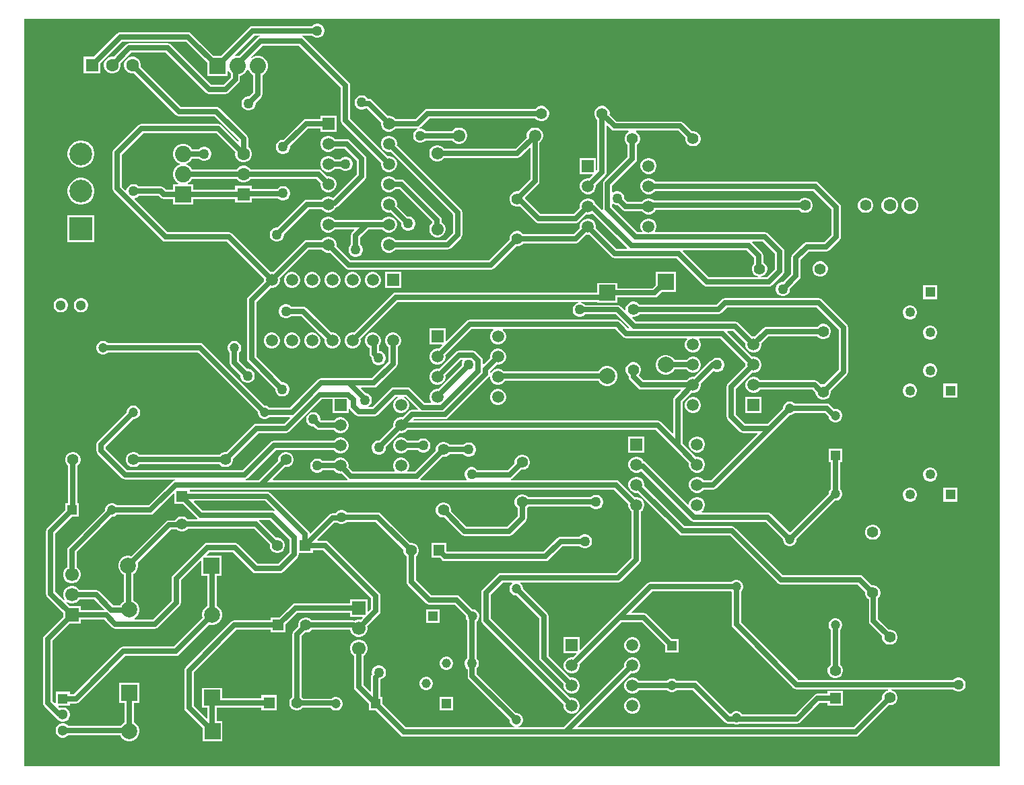
<source format=gbl>
G04*
G04 #@! TF.GenerationSoftware,Altium Limited,Altium Designer,22.0.2 (36)*
G04*
G04 Layer_Physical_Order=2*
G04 Layer_Color=16711680*
%FSLAX25Y25*%
%MOIN*%
G70*
G04*
G04 #@! TF.SameCoordinates,EECF79FC-5A36-4EFC-AF15-45E6CBE4EAF3*
G04*
G04*
G04 #@! TF.FilePolarity,Positive*
G04*
G01*
G75*
%ADD19C,0.04724*%
%ADD20R,0.04724X0.04724*%
%ADD30R,0.04724X0.04724*%
%ADD31C,0.04528*%
%ADD32R,0.04528X0.04528*%
%ADD33R,0.11237X0.11237*%
%ADD34C,0.11237*%
%ADD36C,0.08071*%
%ADD37R,0.08071X0.08071*%
%ADD44R,0.08071X0.08071*%
%ADD46R,0.05118X0.05118*%
%ADD47C,0.05118*%
%ADD52C,0.02500*%
%ADD53C,0.06000*%
%ADD54R,0.05512X0.05512*%
%ADD55C,0.05512*%
%ADD56C,0.06299*%
%ADD57C,0.04921*%
%ADD58R,0.04921X0.04921*%
%ADD59R,0.04921X0.04921*%
%ADD60R,0.05906X0.05906*%
%ADD61C,0.05906*%
%ADD62R,0.06299X0.06299*%
%ADD63R,0.05906X0.05906*%
%ADD64C,0.07874*%
%ADD65R,0.07874X0.07874*%
%ADD66R,0.05512X0.05512*%
%ADD67C,0.06102*%
%ADD68R,0.06299X0.06299*%
%ADD69C,0.06693*%
%ADD70R,0.06693X0.06693*%
%ADD71R,0.07874X0.07874*%
%ADD72C,0.05000*%
%ADD73C,0.01500*%
G36*
X607500Y123000D02*
X124500D01*
Y493500D01*
X607500D01*
Y123000D01*
D02*
G37*
%LPC*%
G36*
X269961Y491000D02*
X269039D01*
X268149Y490762D01*
X267351Y490301D01*
X266844Y489794D01*
X237500D01*
X236622Y489619D01*
X235878Y489122D01*
X221791Y475035D01*
X218209D01*
X207122Y486122D01*
X206378Y486619D01*
X205500Y486794D01*
X172000D01*
X171122Y486619D01*
X170378Y486122D01*
X158905Y474650D01*
X153850D01*
Y466350D01*
X162150D01*
Y471405D01*
X172950Y482206D01*
X204550D01*
X214965Y471791D01*
Y464965D01*
X225035D01*
Y467528D01*
X225535Y467662D01*
X225971Y466908D01*
X226640Y466239D01*
Y464384D01*
X223050Y460794D01*
X216950D01*
X197122Y480622D01*
X196378Y481119D01*
X195500Y481294D01*
X176500D01*
X175622Y481119D01*
X174878Y480622D01*
X168829Y474574D01*
X168546Y474650D01*
X167454D01*
X166398Y474367D01*
X165452Y473820D01*
X164680Y473048D01*
X164133Y472102D01*
X163850Y471046D01*
Y469954D01*
X164133Y468898D01*
X164680Y467952D01*
X165452Y467179D01*
X166398Y466633D01*
X167454Y466350D01*
X168546D01*
X169602Y466633D01*
X170548Y467179D01*
X171320Y467952D01*
X171867Y468898D01*
X172150Y469954D01*
Y471046D01*
X172074Y471329D01*
X177450Y476706D01*
X194550D01*
X214378Y456878D01*
X215122Y456381D01*
X216000Y456206D01*
X224000D01*
X224878Y456381D01*
X225622Y456878D01*
X230556Y461812D01*
X231053Y462556D01*
X231228Y463434D01*
Y465116D01*
X231944Y465308D01*
X233092Y465971D01*
X234029Y466908D01*
X234692Y468056D01*
X234750Y468272D01*
X235250D01*
X235308Y468056D01*
X235971Y466908D01*
X236908Y465971D01*
X237706Y465510D01*
Y456950D01*
X235756Y455000D01*
X235039D01*
X234149Y454762D01*
X233351Y454301D01*
X232699Y453649D01*
X232239Y452851D01*
X232000Y451961D01*
Y451039D01*
X232239Y450149D01*
X232699Y449351D01*
X233351Y448699D01*
X234149Y448239D01*
X235039Y448000D01*
X235961D01*
X236851Y448239D01*
X237649Y448699D01*
X238301Y449351D01*
X238761Y450149D01*
X239000Y451039D01*
Y451756D01*
X241622Y454378D01*
X242120Y455122D01*
X242294Y456000D01*
Y465510D01*
X243092Y465971D01*
X244029Y466908D01*
X244692Y468056D01*
X245035Y469337D01*
Y470663D01*
X244692Y471944D01*
X244029Y473092D01*
X243092Y474029D01*
X241944Y474692D01*
X240663Y475035D01*
X239337D01*
X238056Y474692D01*
X237080Y474128D01*
X236773Y474529D01*
X242450Y480206D01*
X260550D01*
X281206Y459550D01*
Y443000D01*
X281381Y442122D01*
X281878Y441378D01*
X301087Y422169D01*
X301047Y422020D01*
Y420980D01*
X301317Y419974D01*
X301837Y419073D01*
X302573Y418337D01*
X303474Y417817D01*
X304480Y417547D01*
X305520D01*
X306526Y417817D01*
X307427Y418337D01*
X308163Y419073D01*
X308683Y419974D01*
X308953Y420980D01*
Y422020D01*
X308683Y423026D01*
X308163Y423927D01*
X307427Y424663D01*
X306526Y425183D01*
X305520Y425453D01*
X304480D01*
X304331Y425413D01*
X285794Y443950D01*
Y460500D01*
X285619Y461378D01*
X285122Y462122D01*
X263122Y484122D01*
X262378Y484619D01*
X261943Y484706D01*
X261993Y485206D01*
X266844D01*
X267351Y484699D01*
X268149Y484238D01*
X269039Y484000D01*
X269961D01*
X270851Y484238D01*
X271649Y484699D01*
X272301Y485351D01*
X272762Y486149D01*
X273000Y487039D01*
Y487961D01*
X272762Y488851D01*
X272301Y489649D01*
X271649Y490301D01*
X270851Y490762D01*
X269961Y491000D01*
D02*
G37*
G36*
X291961Y455500D02*
X291039D01*
X290149Y455262D01*
X289351Y454801D01*
X288699Y454149D01*
X288239Y453351D01*
X288000Y452461D01*
Y451539D01*
X288239Y450649D01*
X288699Y449851D01*
X289351Y449199D01*
X290149Y448738D01*
X291039Y448500D01*
X291961D01*
X292851Y448738D01*
X293649Y449199D01*
X293677Y449228D01*
X294028D01*
X301087Y442169D01*
X301047Y442020D01*
Y440980D01*
X301317Y439974D01*
X301837Y439073D01*
X302573Y438337D01*
X303474Y437817D01*
X304480Y437547D01*
X305520D01*
X306526Y437817D01*
X307427Y438337D01*
X308163Y439073D01*
X308240Y439206D01*
X319000D01*
X319077Y438720D01*
X318351Y438301D01*
X317699Y437649D01*
X317238Y436851D01*
X317000Y435961D01*
Y435039D01*
X317238Y434149D01*
X317699Y433351D01*
X318351Y432699D01*
X319149Y432238D01*
X320039Y432000D01*
X320961D01*
X321851Y432238D01*
X322649Y432699D01*
X323156Y433206D01*
X336367D01*
X336479Y433012D01*
X337233Y432258D01*
X338157Y431725D01*
X339187Y431449D01*
X340254D01*
X341284Y431725D01*
X342208Y432258D01*
X342962Y433012D01*
X343495Y433936D01*
X343772Y434967D01*
Y436033D01*
X343495Y437064D01*
X342962Y437988D01*
X342208Y438742D01*
X341284Y439275D01*
X340254Y439551D01*
X339187D01*
X338157Y439275D01*
X337233Y438742D01*
X336479Y437988D01*
X336367Y437794D01*
X323156D01*
X322649Y438301D01*
X321851Y438762D01*
X320961Y439000D01*
X320208D01*
X320057Y439500D01*
X320622Y439878D01*
X324950Y444206D01*
X377487D01*
X377495Y444194D01*
X378194Y443495D01*
X379050Y443000D01*
X380006Y442744D01*
X380995D01*
X381950Y443000D01*
X382806Y443495D01*
X383506Y444194D01*
X384000Y445050D01*
X384256Y446005D01*
Y446994D01*
X384000Y447950D01*
X383506Y448806D01*
X382806Y449506D01*
X381950Y450000D01*
X380995Y450256D01*
X380006D01*
X379050Y450000D01*
X378194Y449506D01*
X377495Y448806D01*
X377487Y448794D01*
X324000D01*
X323122Y448620D01*
X322378Y448122D01*
X318050Y443794D01*
X308240D01*
X308163Y443927D01*
X307427Y444663D01*
X306526Y445183D01*
X305520Y445453D01*
X304480D01*
X304331Y445413D01*
X296601Y453144D01*
X295856Y453641D01*
X294978Y453816D01*
X294493D01*
X294301Y454149D01*
X293649Y454801D01*
X292851Y455262D01*
X291961Y455500D01*
D02*
G37*
G36*
X278953Y445453D02*
X271047D01*
Y443794D01*
X264000D01*
X263122Y443619D01*
X262378Y443122D01*
X252756Y433500D01*
X252039D01*
X251149Y433261D01*
X250351Y432801D01*
X249699Y432149D01*
X249238Y431351D01*
X249000Y430461D01*
Y429539D01*
X249238Y428649D01*
X249699Y427851D01*
X250351Y427199D01*
X251149Y426739D01*
X252039Y426500D01*
X252961D01*
X253851Y426739D01*
X254649Y427199D01*
X255301Y427851D01*
X255762Y428649D01*
X256000Y429539D01*
Y430256D01*
X264950Y439206D01*
X271047D01*
Y437547D01*
X278953D01*
Y445453D01*
D02*
G37*
G36*
X178546Y474650D02*
X177454D01*
X176398Y474367D01*
X175452Y473820D01*
X174680Y473048D01*
X174133Y472102D01*
X173850Y471046D01*
Y469954D01*
X174133Y468898D01*
X174680Y467952D01*
X175452Y467179D01*
X176398Y466633D01*
X177454Y466350D01*
X178546D01*
X178829Y466426D01*
X199378Y445878D01*
X200122Y445381D01*
X201000Y445206D01*
X218550D01*
X230602Y433154D01*
X230568Y432884D01*
X230041Y432703D01*
X222122Y440622D01*
X221378Y441119D01*
X220500Y441294D01*
X182500D01*
X181622Y441119D01*
X180878Y440622D01*
X168913Y428658D01*
X168416Y427913D01*
X168242Y427036D01*
Y409247D01*
X168416Y408369D01*
X168913Y407625D01*
X192818Y383720D01*
X193562Y383223D01*
X194440Y383048D01*
X224708D01*
X243087Y364669D01*
X243047Y364520D01*
Y363480D01*
X243087Y363331D01*
X235378Y355622D01*
X234880Y354878D01*
X234706Y354000D01*
Y325000D01*
X234880Y324122D01*
X235378Y323378D01*
X248694Y310062D01*
Y309345D01*
X248933Y308455D01*
X249394Y307657D01*
X250045Y307005D01*
X250843Y306544D01*
X251733Y306306D01*
X252655D01*
X253545Y306544D01*
X254343Y307005D01*
X254995Y307657D01*
X255456Y308455D01*
X255694Y309345D01*
Y310267D01*
X255456Y311157D01*
X254995Y311955D01*
X254343Y312607D01*
X253545Y313067D01*
X252655Y313306D01*
X251939D01*
X239294Y325950D01*
Y353050D01*
X246331Y360087D01*
X246480Y360047D01*
X247520D01*
X248526Y360317D01*
X249427Y360837D01*
X250163Y361573D01*
X250683Y362474D01*
X250953Y363480D01*
Y364520D01*
X250913Y364669D01*
X265450Y379206D01*
X271760D01*
X271837Y379073D01*
X272573Y378337D01*
X273474Y377817D01*
X274480Y377547D01*
X275520D01*
X275669Y377587D01*
X283378Y369878D01*
X284122Y369380D01*
X285000Y369206D01*
X355500D01*
X356378Y369380D01*
X357122Y369878D01*
X367992Y380748D01*
X368005Y380744D01*
X368994D01*
X369950Y381000D01*
X370806Y381494D01*
X371505Y382194D01*
X371513Y382206D01*
X397500D01*
X398378Y382381D01*
X399122Y382878D01*
X402831Y386587D01*
X402980Y386547D01*
X404020D01*
X404169Y386587D01*
X415207Y375549D01*
X415951Y375052D01*
X416829Y374877D01*
X447378D01*
X460878Y361378D01*
X461622Y360880D01*
X462500Y360706D01*
X493000D01*
X493878Y360880D01*
X494622Y361378D01*
X500122Y366878D01*
X500619Y367622D01*
X500794Y368500D01*
Y378000D01*
X500620Y378878D01*
X500122Y379622D01*
X492825Y386919D01*
X492081Y387417D01*
X491203Y387591D01*
X436835D01*
X436738Y387825D01*
X436674Y388091D01*
X437183Y388974D01*
X437453Y389980D01*
Y391020D01*
X437183Y392026D01*
X436663Y392927D01*
X435927Y393663D01*
X435026Y394183D01*
X434020Y394453D01*
X432980D01*
X431974Y394183D01*
X431073Y393663D01*
X430337Y392927D01*
X429817Y392026D01*
X429547Y391020D01*
Y389980D01*
X429817Y388974D01*
X430326Y388091D01*
X430262Y387825D01*
X430165Y387591D01*
X428153D01*
X415544Y400200D01*
Y401340D01*
X416044Y401588D01*
X416649Y401238D01*
X417539Y401000D01*
X418256D01*
X420378Y398878D01*
X421122Y398380D01*
X422000Y398206D01*
X430260D01*
X430337Y398073D01*
X431073Y397337D01*
X431974Y396817D01*
X432980Y396547D01*
X434020D01*
X435026Y396817D01*
X435927Y397337D01*
X436663Y398073D01*
X437028Y398706D01*
X507987D01*
X507995Y398694D01*
X508694Y397994D01*
X509550Y397500D01*
X510505Y397244D01*
X511494D01*
X512450Y397500D01*
X513306Y397994D01*
X514006Y398694D01*
X514500Y399550D01*
X514756Y400505D01*
Y401495D01*
X514500Y402450D01*
X514006Y403306D01*
X513306Y404005D01*
X512450Y404500D01*
X511494Y404756D01*
X510505D01*
X509550Y404500D01*
X508694Y404005D01*
X507995Y403306D01*
X507987Y403294D01*
X436296D01*
X435927Y403663D01*
X435026Y404183D01*
X434020Y404453D01*
X432980D01*
X431974Y404183D01*
X431073Y403663D01*
X430337Y402927D01*
X430260Y402794D01*
X422950D01*
X421500Y404244D01*
Y404961D01*
X421262Y405851D01*
X420801Y406649D01*
X420149Y407301D01*
X419351Y407761D01*
X418461Y408000D01*
X417539D01*
X416649Y407761D01*
X416044Y407412D01*
X415544Y407660D01*
Y410783D01*
X427122Y422362D01*
X427620Y423106D01*
X427794Y423984D01*
Y430988D01*
X427806Y430995D01*
X428506Y431694D01*
X429000Y432550D01*
X429256Y433505D01*
Y434494D01*
X429000Y435450D01*
X428506Y436306D01*
X427806Y437006D01*
X427446Y437214D01*
X427336Y437854D01*
X427424Y437956D01*
X448300D01*
X451748Y434508D01*
X451744Y434494D01*
Y433505D01*
X452000Y432550D01*
X452494Y431694D01*
X453194Y430995D01*
X454050Y430500D01*
X455006Y430244D01*
X455995D01*
X456950Y430500D01*
X457806Y430995D01*
X458505Y431694D01*
X459000Y432550D01*
X459256Y433505D01*
Y434494D01*
X459000Y435450D01*
X458505Y436306D01*
X457806Y437006D01*
X456950Y437500D01*
X455995Y437756D01*
X455006D01*
X454992Y437752D01*
X450872Y441872D01*
X450128Y442369D01*
X449250Y442544D01*
X417700D01*
X414252Y445992D01*
X414256Y446005D01*
Y446994D01*
X414000Y447950D01*
X413506Y448806D01*
X412806Y449506D01*
X411950Y450000D01*
X410994Y450256D01*
X410006D01*
X409050Y450000D01*
X408194Y449506D01*
X407494Y448806D01*
X407000Y447950D01*
X406744Y446994D01*
Y446005D01*
X407000Y445050D01*
X407494Y444194D01*
X408194Y443495D01*
X408206Y443488D01*
Y418521D01*
X407933Y418303D01*
X407453Y418515D01*
Y424453D01*
X399547D01*
Y416547D01*
X405650D01*
X405841Y416085D01*
X404169Y414413D01*
X404020Y414453D01*
X402980D01*
X401974Y414183D01*
X401073Y413663D01*
X400337Y412927D01*
X399817Y412026D01*
X399547Y411020D01*
Y409980D01*
X399817Y408974D01*
X400337Y408073D01*
X401073Y407337D01*
X401974Y406817D01*
X402980Y406547D01*
X404020D01*
X405026Y406817D01*
X405927Y407337D01*
X406663Y408073D01*
X407183Y408974D01*
X407453Y409980D01*
Y411020D01*
X407413Y411169D01*
X412122Y415878D01*
X412619Y416622D01*
X412794Y417500D01*
Y440308D01*
X413256Y440500D01*
X415128Y438628D01*
X415872Y438131D01*
X416750Y437956D01*
X423576D01*
X423664Y437854D01*
X423554Y437214D01*
X423194Y437006D01*
X422495Y436306D01*
X422000Y435450D01*
X421744Y434494D01*
Y433505D01*
X422000Y432550D01*
X422495Y431694D01*
X423194Y430995D01*
X423206Y430988D01*
Y424934D01*
X411628Y413356D01*
X411131Y412612D01*
X410956Y411734D01*
Y399250D01*
X411019Y398932D01*
X410558Y398686D01*
X407774Y401471D01*
X407236Y401830D01*
X407183Y402026D01*
X406663Y402927D01*
X405927Y403663D01*
X405026Y404183D01*
X404020Y404453D01*
X402980D01*
X401974Y404183D01*
X401073Y403663D01*
X400337Y402927D01*
X399817Y402026D01*
X399547Y401020D01*
Y399980D01*
X399587Y399831D01*
X396550Y396794D01*
X379950D01*
X372256Y404489D01*
Y404680D01*
X372252Y404693D01*
X378902Y411343D01*
X379399Y412087D01*
X379574Y412965D01*
Y432147D01*
X379767Y432258D01*
X380521Y433012D01*
X381055Y433936D01*
X381331Y434967D01*
Y436033D01*
X381055Y437064D01*
X380521Y437988D01*
X379767Y438742D01*
X378843Y439275D01*
X377813Y439551D01*
X376746D01*
X375716Y439275D01*
X374792Y438742D01*
X374038Y437988D01*
X373504Y437064D01*
X373228Y436033D01*
Y434967D01*
X373286Y434751D01*
X367609Y429074D01*
X332353D01*
X332242Y429267D01*
X331487Y430021D01*
X330564Y430555D01*
X329533Y430831D01*
X328467D01*
X327436Y430555D01*
X326513Y430021D01*
X325758Y429267D01*
X325225Y428343D01*
X324949Y427313D01*
Y426246D01*
X325225Y425216D01*
X325758Y424292D01*
X326513Y423538D01*
X327436Y423004D01*
X328467Y422728D01*
X329533D01*
X330564Y423004D01*
X331487Y423538D01*
X332242Y424292D01*
X332353Y424485D01*
X368559D01*
X369437Y424660D01*
X370181Y425157D01*
X374524Y429500D01*
X374986Y429308D01*
Y413915D01*
X369008Y407937D01*
X368994Y407941D01*
X368005D01*
X367050Y407685D01*
X366194Y407191D01*
X365494Y406491D01*
X365000Y405635D01*
X364744Y404680D01*
Y403691D01*
X365000Y402736D01*
X365494Y401879D01*
X366194Y401180D01*
X367050Y400685D01*
X368005Y400429D01*
X368994D01*
X369651Y400605D01*
X377378Y392878D01*
X378122Y392380D01*
X379000Y392206D01*
X397500D01*
X398378Y392380D01*
X399122Y392878D01*
X402831Y396587D01*
X402980Y396547D01*
X404020D01*
X405026Y396817D01*
X405605Y397151D01*
X422828Y379927D01*
X422637Y379465D01*
X417779D01*
X407413Y389831D01*
X407453Y389980D01*
Y391020D01*
X407183Y392026D01*
X406663Y392927D01*
X405927Y393663D01*
X405026Y394183D01*
X404020Y394453D01*
X402980D01*
X401974Y394183D01*
X401073Y393663D01*
X400337Y392927D01*
X399817Y392026D01*
X399547Y391020D01*
Y389980D01*
X399587Y389831D01*
X396550Y386794D01*
X371513D01*
X371505Y386806D01*
X370806Y387506D01*
X369950Y388000D01*
X368994Y388256D01*
X368005D01*
X367050Y388000D01*
X366194Y387506D01*
X365494Y386806D01*
X365000Y385950D01*
X364744Y384995D01*
Y384005D01*
X364748Y383992D01*
X354550Y373794D01*
X285950D01*
X278913Y380831D01*
X278953Y380980D01*
Y382020D01*
X278683Y383026D01*
X278163Y383927D01*
X277427Y384663D01*
X276526Y385183D01*
X275520Y385453D01*
X274480D01*
X273474Y385183D01*
X272573Y384663D01*
X271837Y383927D01*
X271760Y383794D01*
X264500D01*
X263622Y383619D01*
X262878Y383122D01*
X247669Y367913D01*
X247520Y367953D01*
X246480D01*
X246331Y367913D01*
X227280Y386964D01*
X226536Y387461D01*
X225658Y387636D01*
X195391D01*
X178998Y404029D01*
X179176Y404558D01*
X179851Y404739D01*
X180649Y405199D01*
X181156Y405706D01*
X191050D01*
X191878Y404878D01*
X192622Y404381D01*
X193500Y404206D01*
X197965D01*
Y401465D01*
X208035D01*
Y404206D01*
X228850D01*
Y402350D01*
X237150D01*
Y404456D01*
X250094D01*
X250351Y404199D01*
X251149Y403738D01*
X252039Y403500D01*
X252961D01*
X253851Y403738D01*
X254649Y404199D01*
X255301Y404851D01*
X255762Y405649D01*
X256000Y406539D01*
Y407461D01*
X255762Y408351D01*
X255301Y409149D01*
X254649Y409801D01*
X253851Y410261D01*
X252961Y410500D01*
X252039D01*
X251149Y410261D01*
X250351Y409801D01*
X249699Y409149D01*
X249639Y409044D01*
X237150D01*
Y410650D01*
X228850D01*
Y408794D01*
X208035D01*
Y411535D01*
X205472D01*
X205338Y412035D01*
X206092Y412471D01*
X207029Y413408D01*
X207490Y414206D01*
X229533D01*
X229679Y413952D01*
X230452Y413179D01*
X231398Y412633D01*
X232454Y412350D01*
X233546D01*
X234602Y412633D01*
X235548Y413179D01*
X236320Y413952D01*
X236467Y414206D01*
X269050D01*
X271087Y412169D01*
X271047Y412020D01*
Y410980D01*
X271317Y409974D01*
X271837Y409073D01*
X272573Y408337D01*
X273474Y407817D01*
X274480Y407547D01*
X275520D01*
X276526Y407817D01*
X277427Y408337D01*
X278163Y409073D01*
X278683Y409974D01*
X278953Y410980D01*
Y412020D01*
X278683Y413026D01*
X278163Y413927D01*
X277427Y414663D01*
X276526Y415183D01*
X275520Y415453D01*
X274480D01*
X274331Y415413D01*
X271622Y418122D01*
X270878Y418619D01*
X270000Y418794D01*
X236467D01*
X236320Y419048D01*
X235548Y419820D01*
X234602Y420367D01*
X233546Y420650D01*
X232454D01*
X231398Y420367D01*
X230452Y419820D01*
X229679Y419048D01*
X229533Y418794D01*
X207490D01*
X207029Y419592D01*
X206092Y420529D01*
X204944Y421192D01*
X204728Y421250D01*
Y421750D01*
X204944Y421808D01*
X206092Y422471D01*
X207029Y423408D01*
X207490Y424206D01*
X210844D01*
X211351Y423699D01*
X212149Y423239D01*
X213039Y423000D01*
X213961D01*
X214851Y423239D01*
X215649Y423699D01*
X216301Y424351D01*
X216761Y425149D01*
X217000Y426039D01*
Y426961D01*
X216761Y427851D01*
X216301Y428649D01*
X215649Y429301D01*
X214851Y429762D01*
X213961Y430000D01*
X213039D01*
X212149Y429762D01*
X211351Y429301D01*
X210844Y428794D01*
X207490D01*
X207029Y429592D01*
X206092Y430529D01*
X204944Y431192D01*
X203663Y431535D01*
X202337D01*
X201056Y431192D01*
X199908Y430529D01*
X198971Y429592D01*
X198308Y428444D01*
X197965Y427163D01*
Y425837D01*
X198308Y424556D01*
X198971Y423408D01*
X199908Y422471D01*
X201056Y421808D01*
X201272Y421750D01*
Y421250D01*
X201056Y421192D01*
X199908Y420529D01*
X198971Y419592D01*
X198308Y418444D01*
X197965Y417163D01*
Y415837D01*
X198308Y414556D01*
X198971Y413408D01*
X199908Y412471D01*
X200662Y412035D01*
X200528Y411535D01*
X197965D01*
Y408794D01*
X194450D01*
X193622Y409622D01*
X192878Y410119D01*
X192000Y410294D01*
X181156D01*
X180649Y410801D01*
X179851Y411262D01*
X178961Y411500D01*
X178039D01*
X177149Y411262D01*
X176351Y410801D01*
X175699Y410149D01*
X175239Y409351D01*
X175058Y408676D01*
X174529Y408498D01*
X172830Y410197D01*
Y426085D01*
X183450Y436706D01*
X219550D01*
X228926Y427329D01*
X228850Y427046D01*
Y425954D01*
X229133Y424898D01*
X229679Y423952D01*
X230452Y423179D01*
X231398Y422633D01*
X232454Y422350D01*
X233546D01*
X234602Y422633D01*
X235548Y423179D01*
X236320Y423952D01*
X236867Y424898D01*
X237150Y425954D01*
Y427046D01*
X236867Y428102D01*
X236320Y429048D01*
X235548Y429820D01*
X235294Y429967D01*
Y434000D01*
X235120Y434878D01*
X234622Y435622D01*
X221122Y449122D01*
X220378Y449619D01*
X219500Y449794D01*
X201950D01*
X182074Y469671D01*
X182150Y469954D01*
Y471046D01*
X181867Y472102D01*
X181321Y473048D01*
X180548Y473820D01*
X179602Y474367D01*
X178546Y474650D01*
D02*
G37*
G36*
X153152Y433118D02*
X151848D01*
X150569Y432864D01*
X149365Y432365D01*
X148281Y431641D01*
X147359Y430719D01*
X146635Y429635D01*
X146136Y428431D01*
X145881Y427152D01*
Y425848D01*
X146136Y424570D01*
X146635Y423365D01*
X147359Y422281D01*
X148281Y421359D01*
X149365Y420635D01*
X150569Y420136D01*
X151848Y419881D01*
X153152D01*
X154430Y420136D01*
X155635Y420635D01*
X156719Y421359D01*
X157641Y422281D01*
X158365Y423365D01*
X158864Y424570D01*
X159118Y425848D01*
Y427152D01*
X158864Y428431D01*
X158365Y429635D01*
X157641Y430719D01*
X156719Y431641D01*
X155635Y432365D01*
X154430Y432864D01*
X153152Y433118D01*
D02*
G37*
G36*
X275520Y425453D02*
X274480D01*
X273474Y425183D01*
X272573Y424663D01*
X271837Y423927D01*
X271317Y423026D01*
X271047Y422020D01*
Y420980D01*
X271317Y419974D01*
X271837Y419073D01*
X272573Y418337D01*
X273474Y417817D01*
X274480Y417547D01*
X275520D01*
X276526Y417817D01*
X277427Y418337D01*
X278163Y419073D01*
X278240Y419206D01*
X280844D01*
X281351Y418699D01*
X282149Y418238D01*
X283039Y418000D01*
X283961D01*
X284851Y418238D01*
X285649Y418699D01*
X286301Y419351D01*
X286761Y420149D01*
X287000Y421039D01*
Y421961D01*
X286761Y422851D01*
X286301Y423649D01*
X285649Y424301D01*
X284851Y424761D01*
X283961Y425000D01*
X283039D01*
X282149Y424761D01*
X281351Y424301D01*
X280844Y423794D01*
X278240D01*
X278163Y423927D01*
X277427Y424663D01*
X276526Y425183D01*
X275520Y425453D01*
D02*
G37*
G36*
X434020Y424453D02*
X432980D01*
X431974Y424183D01*
X431073Y423663D01*
X430337Y422927D01*
X429817Y422026D01*
X429547Y421020D01*
Y419980D01*
X429817Y418974D01*
X430337Y418073D01*
X431073Y417337D01*
X431974Y416817D01*
X432980Y416547D01*
X434020D01*
X435026Y416817D01*
X435927Y417337D01*
X436663Y418073D01*
X437183Y418974D01*
X437453Y419980D01*
Y421020D01*
X437183Y422026D01*
X436663Y422927D01*
X435927Y423663D01*
X435026Y424183D01*
X434020Y424453D01*
D02*
G37*
G36*
X275520Y435453D02*
X274480D01*
X273474Y435183D01*
X272573Y434663D01*
X271837Y433927D01*
X271317Y433026D01*
X271047Y432020D01*
Y430980D01*
X271317Y429974D01*
X271837Y429073D01*
X272573Y428337D01*
X273474Y427817D01*
X274480Y427547D01*
X275520D01*
X276526Y427817D01*
X277427Y428337D01*
X278163Y429073D01*
X278240Y429206D01*
X283050D01*
X289206Y423050D01*
Y416450D01*
X277422Y404666D01*
X276526Y405183D01*
X275520Y405453D01*
X274480D01*
X273474Y405183D01*
X272573Y404663D01*
X271837Y403927D01*
X271760Y403794D01*
X264500D01*
X263622Y403619D01*
X262878Y403122D01*
X249756Y390000D01*
X249039D01*
X248149Y389761D01*
X247351Y389301D01*
X246699Y388649D01*
X246238Y387851D01*
X246000Y386961D01*
Y386039D01*
X246238Y385149D01*
X246699Y384351D01*
X247351Y383699D01*
X248149Y383239D01*
X249039Y383000D01*
X249961D01*
X250851Y383239D01*
X251649Y383699D01*
X252301Y384351D01*
X252762Y385149D01*
X253000Y386039D01*
Y386756D01*
X265450Y399206D01*
X271760D01*
X271837Y399073D01*
X272573Y398337D01*
X273474Y397817D01*
X274480Y397547D01*
X275520D01*
X276526Y397817D01*
X277427Y398337D01*
X278163Y399073D01*
X278676Y399962D01*
X279029Y400032D01*
X279774Y400529D01*
X293122Y413878D01*
X293619Y414622D01*
X293794Y415500D01*
Y424000D01*
X293619Y424878D01*
X293122Y425622D01*
X285622Y433122D01*
X284878Y433619D01*
X284000Y433794D01*
X278240D01*
X278163Y433927D01*
X277427Y434663D01*
X276526Y435183D01*
X275520Y435453D01*
D02*
G37*
G36*
X153152Y414618D02*
X151848D01*
X150569Y414364D01*
X149365Y413865D01*
X148281Y413141D01*
X147359Y412219D01*
X146635Y411135D01*
X146136Y409931D01*
X145881Y408652D01*
Y407348D01*
X146136Y406070D01*
X146635Y404865D01*
X147359Y403781D01*
X148281Y402859D01*
X149365Y402135D01*
X150569Y401636D01*
X151848Y401381D01*
X153152D01*
X154430Y401636D01*
X155635Y402135D01*
X156719Y402859D01*
X157641Y403781D01*
X158365Y404865D01*
X158864Y406070D01*
X159118Y407348D01*
Y408652D01*
X158864Y409931D01*
X158365Y411135D01*
X157641Y412219D01*
X156719Y413141D01*
X155635Y413865D01*
X154430Y414364D01*
X153152Y414618D01*
D02*
G37*
G36*
X541495Y404756D02*
X540506D01*
X539550Y404500D01*
X538694Y404005D01*
X537994Y403306D01*
X537500Y402450D01*
X537244Y401495D01*
Y400505D01*
X537500Y399550D01*
X537994Y398694D01*
X538694Y397994D01*
X539550Y397500D01*
X540506Y397244D01*
X541495D01*
X542450Y397500D01*
X543306Y397994D01*
X544005Y398694D01*
X544500Y399550D01*
X544756Y400505D01*
Y401495D01*
X544500Y402450D01*
X544005Y403306D01*
X543306Y404005D01*
X542450Y404500D01*
X541495Y404756D01*
D02*
G37*
G36*
X563546Y405150D02*
X562454D01*
X561398Y404867D01*
X560452Y404320D01*
X559680Y403548D01*
X559133Y402602D01*
X558850Y401546D01*
Y400454D01*
X559133Y399398D01*
X559680Y398452D01*
X560452Y397679D01*
X561398Y397133D01*
X562454Y396850D01*
X563546D01*
X564602Y397133D01*
X565548Y397679D01*
X566321Y398452D01*
X566867Y399398D01*
X567150Y400454D01*
Y401546D01*
X566867Y402602D01*
X566321Y403548D01*
X565548Y404320D01*
X564602Y404867D01*
X563546Y405150D01*
D02*
G37*
G36*
X553546D02*
X552454D01*
X551398Y404867D01*
X550452Y404320D01*
X549680Y403548D01*
X549133Y402602D01*
X548850Y401546D01*
Y400454D01*
X549133Y399398D01*
X549680Y398452D01*
X550452Y397679D01*
X551398Y397133D01*
X552454Y396850D01*
X553546D01*
X554602Y397133D01*
X555548Y397679D01*
X556320Y398452D01*
X556867Y399398D01*
X557150Y400454D01*
Y401546D01*
X556867Y402602D01*
X556320Y403548D01*
X555548Y404320D01*
X554602Y404867D01*
X553546Y405150D01*
D02*
G37*
G36*
X305520Y395453D02*
X304480D01*
X303474Y395183D01*
X302573Y394663D01*
X301837Y393927D01*
X301760Y393794D01*
X278240D01*
X278163Y393927D01*
X277427Y394663D01*
X276526Y395183D01*
X275520Y395453D01*
X274480D01*
X273474Y395183D01*
X272573Y394663D01*
X271837Y393927D01*
X271317Y393026D01*
X271047Y392020D01*
Y390980D01*
X271317Y389974D01*
X271837Y389073D01*
X272573Y388337D01*
X273474Y387817D01*
X274480Y387547D01*
X275520D01*
X276526Y387817D01*
X277427Y388337D01*
X278163Y389073D01*
X278240Y389206D01*
X287808D01*
X288000Y388744D01*
X286878Y387622D01*
X286381Y386878D01*
X286206Y386000D01*
Y381656D01*
X285699Y381149D01*
X285239Y380351D01*
X285000Y379461D01*
Y378539D01*
X285239Y377649D01*
X285699Y376851D01*
X286351Y376199D01*
X287149Y375739D01*
X288039Y375500D01*
X288961D01*
X289851Y375739D01*
X290649Y376199D01*
X291301Y376851D01*
X291761Y377649D01*
X292000Y378539D01*
Y379461D01*
X291761Y380351D01*
X291301Y381149D01*
X290794Y381656D01*
Y385050D01*
X294950Y389206D01*
X301760D01*
X301837Y389073D01*
X302573Y388337D01*
X303474Y387817D01*
X304480Y387547D01*
X305520D01*
X306526Y387817D01*
X307427Y388337D01*
X308163Y389073D01*
X308683Y389974D01*
X308953Y390980D01*
Y392020D01*
X308683Y393026D01*
X308163Y393927D01*
X307427Y394663D01*
X306526Y395183D01*
X305520Y395453D01*
D02*
G37*
G36*
Y405453D02*
X304480D01*
X303474Y405183D01*
X302573Y404663D01*
X301837Y403927D01*
X301317Y403026D01*
X301047Y402020D01*
Y400980D01*
X301317Y399974D01*
X301837Y399073D01*
X302573Y398337D01*
X303474Y397817D01*
X304480Y397547D01*
X305520D01*
X305669Y397587D01*
X311000Y392256D01*
Y391539D01*
X311239Y390649D01*
X311699Y389851D01*
X312351Y389199D01*
X313149Y388738D01*
X314039Y388500D01*
X314961D01*
X315851Y388738D01*
X316649Y389199D01*
X317301Y389851D01*
X317761Y390649D01*
X318000Y391539D01*
Y392461D01*
X317761Y393351D01*
X317301Y394149D01*
X316649Y394801D01*
X315851Y395262D01*
X314961Y395500D01*
X314244D01*
X308913Y400831D01*
X308953Y400980D01*
Y402020D01*
X308683Y403026D01*
X308163Y403927D01*
X307427Y404663D01*
X306526Y405183D01*
X305520Y405453D01*
D02*
G37*
G36*
Y415453D02*
X304480D01*
X303474Y415183D01*
X302573Y414663D01*
X301837Y413927D01*
X301317Y413026D01*
X301047Y412020D01*
Y410980D01*
X301317Y409974D01*
X301837Y409073D01*
X302573Y408337D01*
X303474Y407817D01*
X304480Y407547D01*
X305520D01*
X306526Y407817D01*
X307427Y408337D01*
X308163Y409073D01*
X308240Y409206D01*
X310050D01*
X326340Y392916D01*
X326513Y392462D01*
X325758Y391708D01*
X325225Y390784D01*
X324949Y389754D01*
Y388687D01*
X325225Y387657D01*
X325758Y386733D01*
X326513Y385979D01*
X327436Y385445D01*
X328467Y385169D01*
X329533D01*
X330564Y385445D01*
X331487Y385979D01*
X332242Y386733D01*
X332775Y387657D01*
X333051Y388687D01*
Y389754D01*
X332775Y390784D01*
X332242Y391708D01*
X331487Y392462D01*
X331125Y392672D01*
Y393669D01*
X330950Y394547D01*
X330453Y395291D01*
X312622Y413122D01*
X311878Y413619D01*
X311000Y413794D01*
X308240D01*
X308163Y413927D01*
X307427Y414663D01*
X306526Y415183D01*
X305520Y415453D01*
D02*
G37*
G36*
Y435453D02*
X304480D01*
X303474Y435183D01*
X302573Y434663D01*
X301837Y433927D01*
X301317Y433026D01*
X301047Y432020D01*
Y430980D01*
X301317Y429974D01*
X301837Y429073D01*
X302573Y428337D01*
X303474Y427817D01*
X304480Y427547D01*
X305520D01*
X305669Y427587D01*
X336706Y396550D01*
Y387450D01*
X333050Y383794D01*
X308240D01*
X308163Y383927D01*
X307427Y384663D01*
X306526Y385183D01*
X305520Y385453D01*
X304480D01*
X303474Y385183D01*
X302573Y384663D01*
X301837Y383927D01*
X301317Y383026D01*
X301047Y382020D01*
Y380980D01*
X301317Y379974D01*
X301837Y379073D01*
X302573Y378337D01*
X303474Y377817D01*
X304480Y377547D01*
X305520D01*
X306526Y377817D01*
X307427Y378337D01*
X308163Y379073D01*
X308240Y379206D01*
X334000D01*
X334878Y379380D01*
X335622Y379878D01*
X340622Y384878D01*
X341120Y385622D01*
X341294Y386500D01*
Y397500D01*
X341120Y398378D01*
X340622Y399122D01*
X308913Y430831D01*
X308953Y430980D01*
Y432020D01*
X308683Y433026D01*
X308163Y433927D01*
X307427Y434663D01*
X306526Y435183D01*
X305520Y435453D01*
D02*
G37*
G36*
X159118Y396118D02*
X145881D01*
Y382881D01*
X159118D01*
Y396118D01*
D02*
G37*
G36*
X518995Y373256D02*
X518006D01*
X517050Y373000D01*
X516194Y372505D01*
X515494Y371806D01*
X515000Y370950D01*
X514744Y369994D01*
Y369005D01*
X515000Y368050D01*
X515494Y367194D01*
X516194Y366494D01*
X517050Y366000D01*
X518006Y365744D01*
X518995D01*
X519950Y366000D01*
X520806Y366494D01*
X521505Y367194D01*
X522000Y368050D01*
X522256Y369005D01*
Y369994D01*
X522000Y370950D01*
X521505Y371806D01*
X520806Y372505D01*
X519950Y373000D01*
X518995Y373256D01*
D02*
G37*
G36*
X310953Y367953D02*
X303047D01*
Y360047D01*
X310953D01*
Y367953D01*
D02*
G37*
G36*
X297520D02*
X296480D01*
X295474Y367683D01*
X294573Y367163D01*
X293837Y366427D01*
X293317Y365526D01*
X293047Y364520D01*
Y363480D01*
X293317Y362474D01*
X293837Y361573D01*
X294573Y360837D01*
X295474Y360317D01*
X296480Y360047D01*
X297520D01*
X298526Y360317D01*
X299427Y360837D01*
X300163Y361573D01*
X300683Y362474D01*
X300953Y363480D01*
Y364520D01*
X300683Y365526D01*
X300163Y366427D01*
X299427Y367163D01*
X298526Y367683D01*
X297520Y367953D01*
D02*
G37*
G36*
X287520D02*
X286480D01*
X285474Y367683D01*
X284573Y367163D01*
X283837Y366427D01*
X283317Y365526D01*
X283047Y364520D01*
Y363480D01*
X283317Y362474D01*
X283837Y361573D01*
X284573Y360837D01*
X285474Y360317D01*
X286480Y360047D01*
X287520D01*
X288526Y360317D01*
X289427Y360837D01*
X290163Y361573D01*
X290683Y362474D01*
X290953Y363480D01*
Y364520D01*
X290683Y365526D01*
X290163Y366427D01*
X289427Y367163D01*
X288526Y367683D01*
X287520Y367953D01*
D02*
G37*
G36*
X277520D02*
X276480D01*
X275474Y367683D01*
X274573Y367163D01*
X273837Y366427D01*
X273317Y365526D01*
X273047Y364520D01*
Y363480D01*
X273317Y362474D01*
X273837Y361573D01*
X274573Y360837D01*
X275474Y360317D01*
X276480Y360047D01*
X277520D01*
X278526Y360317D01*
X279427Y360837D01*
X280163Y361573D01*
X280683Y362474D01*
X280953Y363480D01*
Y364520D01*
X280683Y365526D01*
X280163Y366427D01*
X279427Y367163D01*
X278526Y367683D01*
X277520Y367953D01*
D02*
G37*
G36*
X267520D02*
X266480D01*
X265474Y367683D01*
X264573Y367163D01*
X263837Y366427D01*
X263317Y365526D01*
X263047Y364520D01*
Y363480D01*
X263317Y362474D01*
X263837Y361573D01*
X264573Y360837D01*
X265474Y360317D01*
X266480Y360047D01*
X267520D01*
X268526Y360317D01*
X269427Y360837D01*
X270163Y361573D01*
X270683Y362474D01*
X270953Y363480D01*
Y364520D01*
X270683Y365526D01*
X270163Y366427D01*
X269427Y367163D01*
X268526Y367683D01*
X267520Y367953D01*
D02*
G37*
G36*
X257520D02*
X256480D01*
X255474Y367683D01*
X254573Y367163D01*
X253837Y366427D01*
X253317Y365526D01*
X253047Y364520D01*
Y363480D01*
X253317Y362474D01*
X253837Y361573D01*
X254573Y360837D01*
X255474Y360317D01*
X256480Y360047D01*
X257520D01*
X258526Y360317D01*
X259427Y360837D01*
X260163Y361573D01*
X260683Y362474D01*
X260953Y363480D01*
Y364520D01*
X260683Y365526D01*
X260163Y366427D01*
X259427Y367163D01*
X258526Y367683D01*
X257520Y367953D01*
D02*
G37*
G36*
X446937Y368028D02*
X437063D01*
Y361398D01*
X435550Y359885D01*
X417937D01*
Y362528D01*
X408063D01*
Y357794D01*
X308500D01*
X307622Y357620D01*
X306878Y357122D01*
X287669Y337913D01*
X287520Y337953D01*
X286480D01*
X285474Y337683D01*
X284573Y337163D01*
X283837Y336427D01*
X283317Y335526D01*
X283047Y334520D01*
Y333480D01*
X283317Y332474D01*
X283837Y331573D01*
X284573Y330837D01*
X285474Y330317D01*
X286480Y330047D01*
X287520D01*
X288526Y330317D01*
X289427Y330837D01*
X290163Y331573D01*
X290683Y332474D01*
X290953Y333480D01*
Y334520D01*
X290913Y334669D01*
X309450Y353206D01*
X398802D01*
X398867Y352706D01*
X398142Y352512D01*
X397344Y352051D01*
X396692Y351399D01*
X396231Y350601D01*
X395993Y349711D01*
Y348789D01*
X396231Y347899D01*
X396692Y347101D01*
X397344Y346449D01*
X398142Y345988D01*
X399032Y345750D01*
X399954D01*
X400844Y345988D01*
X401642Y346449D01*
X402156Y346963D01*
X417292D01*
X423844Y340412D01*
X423650Y339898D01*
X423352Y339863D01*
X419593Y343622D01*
X418849Y344120D01*
X417971Y344294D01*
X345000D01*
X344122Y344120D01*
X343378Y343622D01*
X333415Y333659D01*
X332953Y333850D01*
Y339953D01*
X325047D01*
Y332047D01*
X331150D01*
X331341Y331585D01*
X329669Y329913D01*
X329520Y329953D01*
X328480D01*
X327474Y329683D01*
X326573Y329163D01*
X325837Y328427D01*
X325317Y327526D01*
X325047Y326520D01*
Y325480D01*
X325317Y324474D01*
X325837Y323573D01*
X326573Y322837D01*
X327474Y322317D01*
X328480Y322047D01*
X329520D01*
X330526Y322317D01*
X331427Y322837D01*
X332163Y323573D01*
X332683Y324474D01*
X332953Y325480D01*
Y326520D01*
X332913Y326669D01*
X345950Y339706D01*
X356513D01*
X356647Y339206D01*
X356573Y339163D01*
X355837Y338427D01*
X355317Y337526D01*
X355047Y336520D01*
Y335480D01*
X355317Y334474D01*
X355837Y333573D01*
X356573Y332837D01*
X357474Y332317D01*
X358480Y332047D01*
X359520D01*
X360526Y332317D01*
X361427Y332837D01*
X362163Y333573D01*
X362683Y334474D01*
X362953Y335480D01*
Y336520D01*
X362683Y337526D01*
X362163Y338427D01*
X361427Y339163D01*
X361353Y339206D01*
X361487Y339706D01*
X417021D01*
X420855Y335872D01*
X421599Y335375D01*
X422477Y335200D01*
X452403D01*
X452610Y334700D01*
X452337Y334427D01*
X451817Y333526D01*
X451547Y332520D01*
Y331480D01*
X451817Y330474D01*
X452337Y329573D01*
X453073Y328837D01*
X453974Y328317D01*
X454980Y328047D01*
X456020D01*
X457026Y328317D01*
X457927Y328837D01*
X458663Y329573D01*
X459183Y330474D01*
X459453Y331480D01*
Y332520D01*
X459183Y333526D01*
X458663Y334427D01*
X458390Y334700D01*
X458597Y335200D01*
X469056D01*
X481587Y322669D01*
X481547Y322520D01*
Y321480D01*
X481587Y321331D01*
X472878Y312622D01*
X472381Y311878D01*
X472206Y311000D01*
Y296500D01*
X472381Y295622D01*
X472878Y294878D01*
X478878Y288878D01*
X479622Y288381D01*
X480500Y288206D01*
X487308D01*
X487500Y287744D01*
X464550Y264794D01*
X460740D01*
X460663Y264927D01*
X459927Y265663D01*
X459026Y266183D01*
X458020Y266453D01*
X456980D01*
X455974Y266183D01*
X455073Y265663D01*
X454337Y264927D01*
X453817Y264026D01*
X453547Y263020D01*
Y261980D01*
X453817Y260974D01*
X454337Y260073D01*
X455073Y259337D01*
X455974Y258817D01*
X456980Y258547D01*
X458020D01*
X459026Y258817D01*
X459927Y259337D01*
X460663Y260073D01*
X460740Y260206D01*
X465500D01*
X466378Y260381D01*
X467122Y260878D01*
X495122Y288878D01*
X503382Y297138D01*
X503943D01*
X504798Y297367D01*
X505564Y297810D01*
X505961Y298206D01*
X520790D01*
X522653Y296343D01*
X522867Y295545D01*
X523310Y294778D01*
X523936Y294152D01*
X524702Y293709D01*
X525557Y293480D01*
X526443D01*
X527298Y293709D01*
X528064Y294152D01*
X528690Y294778D01*
X529133Y295545D01*
X529362Y296400D01*
Y297285D01*
X529133Y298140D01*
X528690Y298907D01*
X528064Y299533D01*
X527298Y299976D01*
X526443Y300205D01*
X525557D01*
X525339Y300146D01*
X523363Y302122D01*
X522619Y302620D01*
X521741Y302794D01*
X505961D01*
X505564Y303190D01*
X504798Y303633D01*
X503943Y303862D01*
X503057D01*
X502202Y303633D01*
X501436Y303190D01*
X500810Y302564D01*
X500367Y301798D01*
X500138Y300943D01*
Y300382D01*
X492550Y292794D01*
X481450D01*
X476794Y297450D01*
Y310050D01*
X484831Y318087D01*
X484980Y318047D01*
X486020D01*
X487026Y318317D01*
X487927Y318837D01*
X488663Y319573D01*
X489183Y320474D01*
X489453Y321480D01*
Y322520D01*
X489183Y323526D01*
X488663Y324427D01*
X487927Y325163D01*
X487026Y325683D01*
X486020Y325953D01*
X484980D01*
X484831Y325913D01*
X472506Y338238D01*
X472698Y338700D01*
X475556D01*
X481587Y332669D01*
X481547Y332520D01*
Y331480D01*
X481817Y330474D01*
X482337Y329573D01*
X483073Y328837D01*
X483974Y328317D01*
X484980Y328047D01*
X486020D01*
X487026Y328317D01*
X487927Y328837D01*
X488663Y329573D01*
X489183Y330474D01*
X489453Y331480D01*
Y332520D01*
X489413Y332669D01*
X492950Y336206D01*
X516988D01*
X516994Y336194D01*
X517694Y335494D01*
X518550Y335000D01*
X519506Y334744D01*
X520495D01*
X521450Y335000D01*
X522306Y335494D01*
X523005Y336194D01*
X523500Y337050D01*
X523756Y338005D01*
Y338995D01*
X523500Y339950D01*
X523005Y340806D01*
X522306Y341506D01*
X521450Y342000D01*
X520495Y342256D01*
X519506D01*
X518550Y342000D01*
X517694Y341506D01*
X516994Y340806D01*
X516988Y340794D01*
X492000D01*
X491122Y340619D01*
X490378Y340122D01*
X486169Y335913D01*
X486020Y335953D01*
X484980D01*
X484831Y335913D01*
X478128Y342616D01*
X477384Y343113D01*
X476506Y343288D01*
X427456D01*
X425496Y345248D01*
X425707Y345744D01*
X426495D01*
X427450Y346000D01*
X428306Y346495D01*
X429005Y347194D01*
X429012Y347206D01*
X468197D01*
X469075Y347380D01*
X469819Y347878D01*
X472398Y350456D01*
X516800D01*
X527706Y339550D01*
Y319450D01*
X520508Y312252D01*
X520495Y312256D01*
X519506D01*
X518849Y312080D01*
X517307Y313622D01*
X516563Y314120D01*
X515685Y314294D01*
X488740D01*
X488663Y314427D01*
X487927Y315163D01*
X487026Y315683D01*
X486020Y315953D01*
X484980D01*
X483974Y315683D01*
X483073Y315163D01*
X482337Y314427D01*
X481817Y313526D01*
X481547Y312520D01*
Y311480D01*
X481817Y310474D01*
X482337Y309573D01*
X483073Y308837D01*
X483974Y308317D01*
X484980Y308047D01*
X486020D01*
X487026Y308317D01*
X487927Y308837D01*
X488663Y309573D01*
X488740Y309706D01*
X514735D01*
X516244Y308197D01*
Y308005D01*
X516500Y307050D01*
X516994Y306194D01*
X517694Y305494D01*
X518550Y305000D01*
X519506Y304744D01*
X520495D01*
X521450Y305000D01*
X522306Y305494D01*
X523005Y306194D01*
X523500Y307050D01*
X523756Y308005D01*
Y308995D01*
X523752Y309008D01*
X531622Y316878D01*
X532120Y317622D01*
X532294Y318500D01*
Y340500D01*
X532119Y341378D01*
X531622Y342122D01*
X519372Y354372D01*
X518628Y354870D01*
X517750Y355044D01*
X471447D01*
X470569Y354870D01*
X469825Y354372D01*
X467247Y351794D01*
X429012D01*
X429005Y351806D01*
X428306Y352505D01*
X427450Y353000D01*
X426495Y353256D01*
X425505D01*
X424550Y353000D01*
X423694Y352505D01*
X422995Y351806D01*
X422500Y350950D01*
X422244Y349994D01*
Y349207D01*
X421748Y348996D01*
X419865Y350880D01*
X419121Y351377D01*
X418243Y351551D01*
X402141D01*
X401642Y352051D01*
X400844Y352512D01*
X400118Y352706D01*
X400184Y353206D01*
X408063D01*
Y352654D01*
X417937D01*
Y355296D01*
X436500D01*
X437378Y355471D01*
X438122Y355968D01*
X440307Y358154D01*
X446937D01*
Y368028D01*
D02*
G37*
G36*
X434020Y414453D02*
X432980D01*
X431974Y414183D01*
X431073Y413663D01*
X430337Y412927D01*
X429817Y412026D01*
X429547Y411020D01*
Y409980D01*
X429817Y408974D01*
X430337Y408073D01*
X431073Y407337D01*
X431974Y406817D01*
X432980Y406547D01*
X434020D01*
X435026Y406817D01*
X435927Y407337D01*
X436663Y408073D01*
X436740Y408206D01*
X515050D01*
X524206Y399050D01*
Y386450D01*
X520550Y382794D01*
X512000D01*
X511122Y382620D01*
X510378Y382122D01*
X504878Y376622D01*
X504381Y375878D01*
X504206Y375000D01*
Y366950D01*
X500256Y363000D01*
X499539D01*
X498649Y362761D01*
X497851Y362301D01*
X497199Y361649D01*
X496738Y360851D01*
X496500Y359961D01*
Y359039D01*
X496738Y358149D01*
X497199Y357351D01*
X497851Y356699D01*
X498649Y356239D01*
X499539Y356000D01*
X500461D01*
X501351Y356239D01*
X502149Y356699D01*
X502801Y357351D01*
X503262Y358149D01*
X503500Y359039D01*
Y359756D01*
X508122Y364378D01*
X508619Y365122D01*
X508794Y366000D01*
Y374050D01*
X512950Y378206D01*
X521500D01*
X522378Y378380D01*
X523122Y378878D01*
X528122Y383878D01*
X528619Y384622D01*
X528794Y385500D01*
Y400000D01*
X528619Y400878D01*
X528122Y401622D01*
X517622Y412122D01*
X516878Y412619D01*
X516000Y412794D01*
X436740D01*
X436663Y412927D01*
X435927Y413663D01*
X435026Y414183D01*
X434020Y414453D01*
D02*
G37*
G36*
X576461Y361461D02*
X569539D01*
Y354539D01*
X576461D01*
Y361461D01*
D02*
G37*
G36*
X152969Y355059D02*
X152031D01*
X151126Y354817D01*
X150315Y354348D01*
X149652Y353685D01*
X149183Y352874D01*
X148941Y351969D01*
Y351031D01*
X149183Y350126D01*
X149652Y349315D01*
X150315Y348652D01*
X151126Y348183D01*
X152031Y347941D01*
X152969D01*
X153874Y348183D01*
X154685Y348652D01*
X155348Y349315D01*
X155816Y350126D01*
X156059Y351031D01*
Y351969D01*
X155816Y352874D01*
X155348Y353685D01*
X154685Y354348D01*
X153874Y354817D01*
X152969Y355059D01*
D02*
G37*
G36*
X142969D02*
X142031D01*
X141126Y354817D01*
X140315Y354348D01*
X139652Y353685D01*
X139183Y352874D01*
X138941Y351969D01*
Y351031D01*
X139183Y350126D01*
X139652Y349315D01*
X140315Y348652D01*
X141126Y348183D01*
X142031Y347941D01*
X142969D01*
X143874Y348183D01*
X144685Y348652D01*
X145348Y349315D01*
X145817Y350126D01*
X146059Y351031D01*
Y351969D01*
X145817Y352874D01*
X145348Y353685D01*
X144685Y354348D01*
X143874Y354817D01*
X142969Y355059D01*
D02*
G37*
G36*
X563456Y351461D02*
X562544D01*
X561664Y351225D01*
X560875Y350769D01*
X560231Y350125D01*
X559775Y349336D01*
X559539Y348456D01*
Y347544D01*
X559775Y346664D01*
X560231Y345875D01*
X560875Y345231D01*
X561664Y344775D01*
X562544Y344539D01*
X563456D01*
X564336Y344775D01*
X565125Y345231D01*
X565769Y345875D01*
X566225Y346664D01*
X566461Y347544D01*
Y348456D01*
X566225Y349336D01*
X565769Y350125D01*
X565125Y350769D01*
X564336Y351225D01*
X563456Y351461D01*
D02*
G37*
G36*
X573456Y341461D02*
X572544D01*
X571664Y341225D01*
X570875Y340769D01*
X570231Y340125D01*
X569775Y339336D01*
X569539Y338456D01*
Y337544D01*
X569775Y336664D01*
X570231Y335875D01*
X570875Y335231D01*
X571664Y334775D01*
X572544Y334539D01*
X573456D01*
X574336Y334775D01*
X575125Y335231D01*
X575769Y335875D01*
X576225Y336664D01*
X576461Y337544D01*
Y338456D01*
X576225Y339336D01*
X575769Y340125D01*
X575125Y340769D01*
X574336Y341225D01*
X573456Y341461D01*
D02*
G37*
G36*
X254461Y352000D02*
X253539D01*
X252649Y351762D01*
X251851Y351301D01*
X251199Y350649D01*
X250739Y349851D01*
X250500Y348961D01*
Y348039D01*
X250739Y347149D01*
X251199Y346351D01*
X251851Y345699D01*
X252649Y345238D01*
X253539Y345000D01*
X254461D01*
X255351Y345238D01*
X256149Y345699D01*
X256656Y346206D01*
X261550D01*
X273087Y334669D01*
X273047Y334520D01*
Y333480D01*
X273317Y332474D01*
X273837Y331573D01*
X274573Y330837D01*
X275474Y330317D01*
X276480Y330047D01*
X277520D01*
X278526Y330317D01*
X279427Y330837D01*
X280163Y331573D01*
X280683Y332474D01*
X280953Y333480D01*
Y334520D01*
X280683Y335526D01*
X280163Y336427D01*
X279427Y337163D01*
X278526Y337683D01*
X277520Y337953D01*
X276480D01*
X276331Y337913D01*
X264122Y350122D01*
X263378Y350620D01*
X262500Y350794D01*
X256656D01*
X256149Y351301D01*
X255351Y351762D01*
X254461Y352000D01*
D02*
G37*
G36*
X267520Y337953D02*
X266480D01*
X265474Y337683D01*
X264573Y337163D01*
X263837Y336427D01*
X263317Y335526D01*
X263047Y334520D01*
Y333480D01*
X263317Y332474D01*
X263837Y331573D01*
X264573Y330837D01*
X265474Y330317D01*
X266480Y330047D01*
X267520D01*
X268526Y330317D01*
X269427Y330837D01*
X270163Y331573D01*
X270683Y332474D01*
X270953Y333480D01*
Y334520D01*
X270683Y335526D01*
X270163Y336427D01*
X269427Y337163D01*
X268526Y337683D01*
X267520Y337953D01*
D02*
G37*
G36*
X257520D02*
X256480D01*
X255474Y337683D01*
X254573Y337163D01*
X253837Y336427D01*
X253317Y335526D01*
X253047Y334520D01*
Y333480D01*
X253317Y332474D01*
X253837Y331573D01*
X254573Y330837D01*
X255474Y330317D01*
X256480Y330047D01*
X257520D01*
X258526Y330317D01*
X259427Y330837D01*
X260163Y331573D01*
X260683Y332474D01*
X260953Y333480D01*
Y334520D01*
X260683Y335526D01*
X260163Y336427D01*
X259427Y337163D01*
X258526Y337683D01*
X257520Y337953D01*
D02*
G37*
G36*
X247520D02*
X246480D01*
X245474Y337683D01*
X244573Y337163D01*
X243837Y336427D01*
X243317Y335526D01*
X243047Y334520D01*
Y333480D01*
X243317Y332474D01*
X243837Y331573D01*
X244573Y330837D01*
X245474Y330317D01*
X246480Y330047D01*
X247520D01*
X248526Y330317D01*
X249427Y330837D01*
X250163Y331573D01*
X250683Y332474D01*
X250953Y333480D01*
Y334520D01*
X250683Y335526D01*
X250163Y336427D01*
X249427Y337163D01*
X248526Y337683D01*
X247520Y337953D01*
D02*
G37*
G36*
X297520D02*
X296480D01*
X295474Y337683D01*
X294573Y337163D01*
X293837Y336427D01*
X293317Y335526D01*
X293047Y334520D01*
Y333480D01*
X293317Y332474D01*
X293837Y331573D01*
X294573Y330837D01*
X295357Y330384D01*
Y327566D01*
X295532Y326688D01*
X296029Y325944D01*
X296359Y325614D01*
Y324898D01*
X296597Y324008D01*
X297058Y323210D01*
X297710Y322558D01*
X298508Y322097D01*
X299398Y321859D01*
X300320D01*
X301210Y322097D01*
X302008Y322558D01*
X302660Y323210D01*
X303120Y324008D01*
X303359Y324898D01*
Y325819D01*
X303120Y326710D01*
X302660Y327508D01*
X302008Y328159D01*
X301210Y328620D01*
X300320Y328859D01*
X299946D01*
Y331356D01*
X300163Y331573D01*
X300683Y332474D01*
X300953Y333480D01*
Y334520D01*
X300683Y335526D01*
X300163Y336427D01*
X299427Y337163D01*
X298526Y337683D01*
X297520Y337953D01*
D02*
G37*
G36*
X442650Y326847D02*
X441350D01*
X440094Y326510D01*
X438969Y325860D01*
X438049Y324941D01*
X437399Y323815D01*
X437063Y322559D01*
Y321259D01*
X437399Y320004D01*
X438049Y318878D01*
X438969Y317959D01*
X440094Y317309D01*
X441350Y316972D01*
X442650D01*
X443906Y317309D01*
X445031Y317959D01*
X445951Y318878D01*
X446402Y319661D01*
X452286D01*
X452337Y319573D01*
X453073Y318837D01*
X453974Y318317D01*
X454980Y318047D01*
X456020D01*
X457026Y318317D01*
X457927Y318837D01*
X458663Y319573D01*
X459183Y320474D01*
X459453Y321480D01*
Y322520D01*
X459183Y323526D01*
X458663Y324427D01*
X457927Y325163D01*
X457026Y325683D01*
X456020Y325953D01*
X454980D01*
X453974Y325683D01*
X453073Y325163D01*
X452337Y324427D01*
X452234Y324249D01*
X446350D01*
X445951Y324941D01*
X445031Y325860D01*
X443906Y326510D01*
X442650Y326847D01*
D02*
G37*
G36*
X573456Y322598D02*
X572544D01*
X571664Y322363D01*
X570875Y321907D01*
X570231Y321263D01*
X569775Y320474D01*
X569539Y319593D01*
Y318682D01*
X569775Y317802D01*
X570231Y317013D01*
X570875Y316369D01*
X571664Y315913D01*
X572544Y315677D01*
X573456D01*
X574336Y315913D01*
X575125Y316369D01*
X575769Y317013D01*
X576225Y317802D01*
X576461Y318682D01*
Y319593D01*
X576225Y320474D01*
X575769Y321263D01*
X575125Y321907D01*
X574336Y322363D01*
X573456Y322598D01*
D02*
G37*
G36*
X228903Y333862D02*
X228018D01*
X227163Y333633D01*
X226396Y333190D01*
X225770Y332564D01*
X225327Y331798D01*
X225098Y330943D01*
Y330057D01*
X225327Y329202D01*
X225770Y328436D01*
X226167Y328039D01*
Y323039D01*
X226341Y322162D01*
X226838Y321417D01*
X231500Y316756D01*
Y316039D01*
X231738Y315149D01*
X232199Y314351D01*
X232851Y313699D01*
X233649Y313239D01*
X234539Y313000D01*
X235461D01*
X236351Y313239D01*
X237149Y313699D01*
X237801Y314351D01*
X238262Y315149D01*
X238500Y316039D01*
Y316961D01*
X238262Y317851D01*
X237801Y318649D01*
X237149Y319301D01*
X236351Y319761D01*
X235461Y320000D01*
X234744D01*
X230755Y323990D01*
Y328039D01*
X231151Y328436D01*
X231594Y329202D01*
X231823Y330057D01*
Y330943D01*
X231594Y331798D01*
X231151Y332564D01*
X230525Y333190D01*
X229758Y333633D01*
X228903Y333862D01*
D02*
G37*
G36*
X586461Y312598D02*
X579539D01*
Y305677D01*
X586461D01*
Y312598D01*
D02*
G37*
G36*
X563456D02*
X562544D01*
X561664Y312363D01*
X560875Y311907D01*
X560231Y311263D01*
X559775Y310473D01*
X559539Y309593D01*
Y308682D01*
X559775Y307802D01*
X560231Y307013D01*
X560875Y306369D01*
X561664Y305913D01*
X562544Y305677D01*
X563456D01*
X564336Y305913D01*
X565125Y306369D01*
X565769Y307013D01*
X566225Y307802D01*
X566461Y308682D01*
Y309593D01*
X566225Y310473D01*
X565769Y311263D01*
X565125Y311907D01*
X564336Y312363D01*
X563456Y312598D01*
D02*
G37*
G36*
X359520Y309953D02*
X358480D01*
X357474Y309683D01*
X356573Y309163D01*
X355837Y308427D01*
X355317Y307526D01*
X355047Y306520D01*
Y305480D01*
X355317Y304474D01*
X355837Y303573D01*
X356573Y302837D01*
X357474Y302317D01*
X358480Y302047D01*
X359520D01*
X360526Y302317D01*
X361427Y302837D01*
X362163Y303573D01*
X362683Y304474D01*
X362953Y305480D01*
Y306520D01*
X362683Y307526D01*
X362163Y308427D01*
X361427Y309163D01*
X360526Y309683D01*
X359520Y309953D01*
D02*
G37*
G36*
X307520Y337953D02*
X306480D01*
X305474Y337683D01*
X304573Y337163D01*
X303837Y336427D01*
X303317Y335526D01*
X303047Y334520D01*
Y333480D01*
X303317Y332474D01*
X303837Y331573D01*
X304573Y330837D01*
X304706Y330760D01*
Y323450D01*
X296550Y315294D01*
X271500D01*
X270622Y315120D01*
X269878Y314622D01*
X256050Y300794D01*
X245921D01*
X245525Y301190D01*
X244758Y301633D01*
X243903Y301862D01*
X243343D01*
X213083Y332122D01*
X212338Y332620D01*
X211461Y332794D01*
X165961D01*
X165564Y333190D01*
X164798Y333633D01*
X163943Y333862D01*
X163057D01*
X162202Y333633D01*
X161436Y333190D01*
X160810Y332564D01*
X160367Y331798D01*
X160138Y330943D01*
Y330057D01*
X160367Y329202D01*
X160810Y328436D01*
X161436Y327810D01*
X162202Y327367D01*
X163057Y327138D01*
X163943D01*
X164798Y327367D01*
X165564Y327810D01*
X165961Y328206D01*
X210510D01*
X240098Y298618D01*
Y298057D01*
X240328Y297202D01*
X240770Y296436D01*
X241396Y295810D01*
X242163Y295367D01*
X243018Y295138D01*
X243903D01*
X244758Y295367D01*
X245525Y295810D01*
X245921Y296206D01*
X255758D01*
X255949Y295744D01*
X252999Y292794D01*
X239500D01*
X238622Y292619D01*
X237878Y292122D01*
X224508Y278752D01*
X224495Y278756D01*
X223505D01*
X222550Y278500D01*
X221694Y278006D01*
X220994Y277306D01*
X220988Y277294D01*
X181512D01*
X181506Y277306D01*
X180806Y278006D01*
X179950Y278500D01*
X178995Y278756D01*
X178006D01*
X177050Y278500D01*
X176194Y278006D01*
X175495Y277306D01*
X175000Y276450D01*
X174744Y275495D01*
Y274505D01*
X175000Y273550D01*
X175495Y272694D01*
X176194Y271994D01*
X177050Y271500D01*
X178006Y271244D01*
X178995D01*
X179950Y271500D01*
X180806Y271994D01*
X181506Y272694D01*
X181512Y272706D01*
X220988D01*
X220994Y272694D01*
X221694Y271994D01*
X222550Y271500D01*
X223505Y271244D01*
X224495D01*
X225450Y271500D01*
X226306Y271994D01*
X227006Y272694D01*
X227500Y273550D01*
X227756Y274505D01*
Y275495D01*
X227752Y275508D01*
X240450Y288206D01*
X253950D01*
X254828Y288381D01*
X255572Y288878D01*
X271603Y304909D01*
X277047D01*
Y298047D01*
X284953D01*
Y300187D01*
X285453Y300296D01*
X285878Y299660D01*
X288410Y297128D01*
X289155Y296631D01*
X290033Y296456D01*
X297750D01*
X298628Y296631D01*
X299372Y297128D01*
X308450Y306206D01*
X309493D01*
X309558Y305706D01*
X309474Y305683D01*
X308573Y305163D01*
X307837Y304427D01*
X307317Y303526D01*
X307047Y302520D01*
Y301480D01*
X307317Y300474D01*
X307837Y299573D01*
X308573Y298837D01*
X309474Y298317D01*
X310480Y298047D01*
X311520D01*
X312526Y298317D01*
X313427Y298837D01*
X314163Y299573D01*
X314683Y300474D01*
X314953Y301480D01*
Y302520D01*
X314683Y303526D01*
X314163Y304427D01*
X313427Y305163D01*
X312526Y305683D01*
X312442Y305706D01*
X312507Y306206D01*
X313229D01*
X319381Y300053D01*
X319190Y299591D01*
X316297D01*
X315419Y299417D01*
X314675Y298919D01*
X311669Y295913D01*
X311520Y295953D01*
X310480D01*
X309474Y295683D01*
X308573Y295163D01*
X307837Y294427D01*
X307317Y293526D01*
X307047Y292520D01*
Y291480D01*
X307087Y291331D01*
X300256Y284500D01*
X299539D01*
X298649Y284261D01*
X297851Y283801D01*
X297199Y283149D01*
X296739Y282351D01*
X296500Y281461D01*
Y280539D01*
X296739Y279649D01*
X297199Y278851D01*
X297851Y278199D01*
X298649Y277738D01*
X299539Y277500D01*
X300461D01*
X301351Y277738D01*
X302149Y278199D01*
X302801Y278851D01*
X303261Y279649D01*
X303500Y280539D01*
Y281256D01*
X310331Y288087D01*
X310480Y288047D01*
X311520D01*
X312526Y288317D01*
X313427Y288837D01*
X314163Y289573D01*
X314240Y289706D01*
X437050D01*
X446378Y280378D01*
X453587Y273169D01*
X453547Y273020D01*
Y271980D01*
X453817Y270974D01*
X454337Y270073D01*
X455073Y269337D01*
X455974Y268817D01*
X456980Y268547D01*
X458020D01*
X459026Y268817D01*
X459927Y269337D01*
X460663Y270073D01*
X461183Y270974D01*
X461453Y271980D01*
Y273020D01*
X461183Y274026D01*
X460663Y274927D01*
X459927Y275663D01*
X459026Y276183D01*
X458020Y276453D01*
X456980D01*
X456831Y276413D01*
X450294Y282950D01*
Y303550D01*
X454831Y308087D01*
X454980Y308047D01*
X456020D01*
X457026Y308317D01*
X457927Y308837D01*
X458663Y309573D01*
X459183Y310474D01*
X459453Y311480D01*
Y312520D01*
X459413Y312669D01*
X465727Y318982D01*
X466149Y318739D01*
X467039Y318500D01*
X467961D01*
X468851Y318739D01*
X469649Y319199D01*
X470301Y319851D01*
X470761Y320649D01*
X471000Y321539D01*
Y322461D01*
X470761Y323351D01*
X470301Y324149D01*
X469649Y324801D01*
X468851Y325261D01*
X467961Y325500D01*
X467039D01*
X466149Y325261D01*
X465351Y324801D01*
X464699Y324149D01*
X464690Y324133D01*
X464622Y324119D01*
X463878Y323622D01*
X456169Y315913D01*
X456020Y315953D01*
X454980D01*
X453974Y315683D01*
X453073Y315163D01*
X452337Y314427D01*
X452260Y314294D01*
X430950D01*
X428528Y316716D01*
X429005Y317194D01*
X429500Y318050D01*
X429756Y319005D01*
Y319994D01*
X429500Y320950D01*
X429005Y321806D01*
X428306Y322505D01*
X427450Y323000D01*
X426495Y323256D01*
X425505D01*
X424550Y323000D01*
X423694Y322505D01*
X422995Y321806D01*
X422500Y320950D01*
X422244Y319994D01*
Y319005D01*
X422500Y318050D01*
X422995Y317194D01*
X423694Y316494D01*
X423706Y316488D01*
Y316000D01*
X423881Y315122D01*
X424378Y314378D01*
X428378Y310378D01*
X429122Y309880D01*
X430000Y309706D01*
X449308D01*
X449500Y309244D01*
X446378Y306122D01*
X445881Y305378D01*
X445706Y304500D01*
Y288192D01*
X445244Y288000D01*
X439622Y293622D01*
X438878Y294120D01*
X438000Y294294D01*
X317491D01*
X317245Y294794D01*
X317407Y295003D01*
X332605D01*
X333483Y295178D01*
X334227Y295675D01*
X354372Y315820D01*
X354547Y316082D01*
X355047Y315931D01*
Y315480D01*
X355317Y314474D01*
X355837Y313573D01*
X356573Y312837D01*
X357474Y312317D01*
X358480Y312047D01*
X359520D01*
X360526Y312317D01*
X361427Y312837D01*
X362163Y313573D01*
X362502Y314161D01*
X408598D01*
X409049Y313378D01*
X409969Y312459D01*
X411094Y311809D01*
X412350Y311472D01*
X413650D01*
X414906Y311809D01*
X416031Y312459D01*
X416951Y313378D01*
X417601Y314504D01*
X417937Y315759D01*
Y317059D01*
X417601Y318315D01*
X416951Y319441D01*
X416031Y320360D01*
X414906Y321010D01*
X413650Y321346D01*
X412350D01*
X411094Y321010D01*
X409969Y320360D01*
X409049Y319441D01*
X408650Y318749D01*
X361841D01*
X361427Y319163D01*
X360526Y319683D01*
X359520Y319953D01*
X358480D01*
X357474Y319683D01*
X356573Y319163D01*
X355837Y318427D01*
X355544Y317920D01*
X355044Y318054D01*
Y318800D01*
X358331Y322087D01*
X358480Y322047D01*
X359520D01*
X360526Y322317D01*
X361427Y322837D01*
X362163Y323573D01*
X362683Y324474D01*
X362953Y325480D01*
Y326520D01*
X362683Y327526D01*
X362163Y328427D01*
X361427Y329163D01*
X360526Y329683D01*
X359520Y329953D01*
X358480D01*
X357474Y329683D01*
X356573Y329163D01*
X355837Y328427D01*
X355317Y327526D01*
X355047Y326520D01*
Y325480D01*
X355087Y325331D01*
X352006Y322250D01*
X351544Y322442D01*
Y323968D01*
X351370Y324845D01*
X350872Y325590D01*
X348090Y328372D01*
X347345Y328870D01*
X346467Y329044D01*
X339750D01*
X338872Y328870D01*
X338128Y328372D01*
X329669Y319913D01*
X329520Y319953D01*
X328480D01*
X327474Y319683D01*
X326573Y319163D01*
X325837Y318427D01*
X325317Y317526D01*
X325047Y316520D01*
Y315480D01*
X325317Y314474D01*
X325837Y313573D01*
X326573Y312837D01*
X327474Y312317D01*
X328480Y312047D01*
X329520D01*
X330526Y312317D01*
X331427Y312837D01*
X332163Y313573D01*
X332683Y314474D01*
X332953Y315480D01*
Y316520D01*
X332913Y316669D01*
X340700Y324456D01*
X341340D01*
X341588Y323956D01*
X341238Y323351D01*
X341000Y322461D01*
Y321539D01*
X341009Y321504D01*
X329458Y309953D01*
X328480D01*
X327474Y309683D01*
X326573Y309163D01*
X325837Y308427D01*
X325317Y307526D01*
X325047Y306520D01*
Y305480D01*
X325317Y304474D01*
X325826Y303591D01*
X325762Y303325D01*
X325665Y303091D01*
X322832D01*
X315801Y310122D01*
X315057Y310619D01*
X314179Y310794D01*
X307500D01*
X306622Y310619D01*
X305878Y310122D01*
X296800Y301044D01*
X295014D01*
X294880Y301544D01*
X295149Y301699D01*
X295801Y302351D01*
X296262Y303149D01*
X296500Y304039D01*
Y304961D01*
X296262Y305851D01*
X295801Y306649D01*
X295149Y307301D01*
X294351Y307762D01*
X293461Y308000D01*
X293421D01*
X292645Y308775D01*
X292622Y308810D01*
X291188Y310244D01*
X291380Y310706D01*
X297500D01*
X298378Y310880D01*
X299122Y311378D01*
X308622Y320878D01*
X309120Y321622D01*
X309294Y322500D01*
Y330760D01*
X309427Y330837D01*
X310163Y331573D01*
X310683Y332474D01*
X310953Y333480D01*
Y334520D01*
X310683Y335526D01*
X310163Y336427D01*
X309427Y337163D01*
X308526Y337683D01*
X307520Y337953D01*
D02*
G37*
G36*
X489453Y305953D02*
X481547D01*
Y298047D01*
X489453D01*
Y305953D01*
D02*
G37*
G36*
X456020D02*
X454980D01*
X453974Y305683D01*
X453073Y305163D01*
X452337Y304427D01*
X451817Y303526D01*
X451547Y302520D01*
Y301480D01*
X451817Y300474D01*
X452337Y299573D01*
X453073Y298837D01*
X453974Y298317D01*
X454980Y298047D01*
X456020D01*
X457026Y298317D01*
X457927Y298837D01*
X458663Y299573D01*
X459183Y300474D01*
X459453Y301480D01*
Y302520D01*
X459183Y303526D01*
X458663Y304427D01*
X457927Y305163D01*
X457026Y305683D01*
X456020Y305953D01*
D02*
G37*
G36*
X267961Y298500D02*
X267039D01*
X266149Y298261D01*
X265351Y297801D01*
X264699Y297149D01*
X264239Y296351D01*
X264000Y295461D01*
Y294539D01*
X264239Y293649D01*
X264699Y292851D01*
X265351Y292199D01*
X266149Y291739D01*
X267039Y291500D01*
X267756D01*
X268878Y290378D01*
X269622Y289880D01*
X270500Y289706D01*
X277760D01*
X277837Y289573D01*
X278573Y288837D01*
X279474Y288317D01*
X280480Y288047D01*
X281520D01*
X282526Y288317D01*
X283427Y288837D01*
X284163Y289573D01*
X284683Y290474D01*
X284953Y291480D01*
Y292520D01*
X284683Y293526D01*
X284163Y294427D01*
X283427Y295163D01*
X282526Y295683D01*
X281520Y295953D01*
X280480D01*
X279474Y295683D01*
X278573Y295163D01*
X277837Y294427D01*
X277760Y294294D01*
X271450D01*
X271000Y294744D01*
Y295461D01*
X270761Y296351D01*
X270301Y297149D01*
X269649Y297801D01*
X268851Y298261D01*
X267961Y298500D01*
D02*
G37*
G36*
X458020Y286453D02*
X456980D01*
X455974Y286183D01*
X455073Y285663D01*
X454337Y284927D01*
X453817Y284026D01*
X453547Y283020D01*
Y281980D01*
X453817Y280974D01*
X454337Y280073D01*
X455073Y279337D01*
X455974Y278817D01*
X456980Y278547D01*
X458020D01*
X459026Y278817D01*
X459927Y279337D01*
X460663Y280073D01*
X461183Y280974D01*
X461453Y281980D01*
Y283020D01*
X461183Y284026D01*
X460663Y284927D01*
X459927Y285663D01*
X459026Y286183D01*
X458020Y286453D01*
D02*
G37*
G36*
X431453D02*
X423547D01*
Y278547D01*
X431453D01*
Y286453D01*
D02*
G37*
G36*
X311520Y285953D02*
X310480D01*
X309474Y285683D01*
X308573Y285163D01*
X307837Y284427D01*
X307317Y283526D01*
X307047Y282520D01*
Y281480D01*
X307317Y280474D01*
X307837Y279573D01*
X308573Y278837D01*
X309474Y278317D01*
X310480Y278047D01*
X311520D01*
X312526Y278317D01*
X313427Y278837D01*
X314163Y279573D01*
X314240Y279706D01*
X319344D01*
X319851Y279199D01*
X320649Y278738D01*
X321539Y278500D01*
X322461D01*
X323351Y278738D01*
X324149Y279199D01*
X324801Y279851D01*
X325261Y280649D01*
X325500Y281539D01*
Y282461D01*
X325261Y283351D01*
X324801Y284149D01*
X324149Y284801D01*
X323351Y285262D01*
X322461Y285500D01*
X321539D01*
X320649Y285262D01*
X319851Y284801D01*
X319344Y284294D01*
X314240D01*
X314163Y284427D01*
X313427Y285163D01*
X312526Y285683D01*
X311520Y285953D01*
D02*
G37*
G36*
X573456Y271098D02*
X572544D01*
X571664Y270863D01*
X570875Y270407D01*
X570231Y269763D01*
X569775Y268973D01*
X569539Y268093D01*
Y267182D01*
X569775Y266302D01*
X570231Y265513D01*
X570875Y264869D01*
X571664Y264413D01*
X572544Y264177D01*
X573456D01*
X574336Y264413D01*
X575125Y264869D01*
X575769Y265513D01*
X576225Y266302D01*
X576461Y267182D01*
Y268093D01*
X576225Y268973D01*
X575769Y269763D01*
X575125Y270407D01*
X574336Y270863D01*
X573456Y271098D01*
D02*
G37*
G36*
X586461Y261098D02*
X579539D01*
Y254177D01*
X586461D01*
Y261098D01*
D02*
G37*
G36*
X563456D02*
X562544D01*
X561664Y260863D01*
X560875Y260407D01*
X560231Y259763D01*
X559775Y258974D01*
X559539Y258093D01*
Y257182D01*
X559775Y256302D01*
X560231Y255513D01*
X560875Y254869D01*
X561664Y254413D01*
X562544Y254177D01*
X563456D01*
X564336Y254413D01*
X565125Y254869D01*
X565769Y255513D01*
X566225Y256302D01*
X566461Y257182D01*
Y258093D01*
X566225Y258974D01*
X565769Y259763D01*
X565125Y260407D01*
X564336Y260863D01*
X563456Y261098D01*
D02*
G37*
G36*
X178943Y301862D02*
X178057D01*
X177202Y301633D01*
X176436Y301190D01*
X175810Y300564D01*
X175367Y299798D01*
X175138Y298943D01*
Y298382D01*
X160878Y284122D01*
X160380Y283378D01*
X160206Y282500D01*
Y279500D01*
X160380Y278622D01*
X160878Y277878D01*
X172878Y265878D01*
X173622Y265381D01*
X174500Y265206D01*
X198924D01*
X198973Y264706D01*
X198538Y264619D01*
X197794Y264122D01*
X185966Y252294D01*
X170303D01*
X169907Y252690D01*
X169140Y253133D01*
X168285Y253362D01*
X167400D01*
X166545Y253133D01*
X165778Y252690D01*
X165152Y252064D01*
X164709Y251298D01*
X164480Y250443D01*
Y249882D01*
X146378Y231780D01*
X145880Y231035D01*
X145706Y230157D01*
Y221694D01*
X145331Y221478D01*
X144522Y220669D01*
X143950Y219678D01*
X143654Y218572D01*
Y217428D01*
X143950Y216322D01*
X144522Y215331D01*
X145331Y214522D01*
X146322Y213950D01*
X147428Y213653D01*
X148572D01*
X149678Y213950D01*
X150669Y214522D01*
X151478Y215331D01*
X152050Y216322D01*
X152347Y217428D01*
Y218572D01*
X152050Y219678D01*
X151478Y220669D01*
X150669Y221478D01*
X150294Y221694D01*
Y229207D01*
X167725Y246638D01*
X168285D01*
X169140Y246867D01*
X169907Y247310D01*
X170303Y247706D01*
X186916D01*
X187794Y247881D01*
X188539Y248378D01*
X198282Y258121D01*
X198744Y257930D01*
Y253134D01*
X203012D01*
X210241Y245904D01*
X210230Y245754D01*
X210124Y245404D01*
X205512D01*
X205505Y245416D01*
X204806Y246116D01*
X203950Y246610D01*
X202994Y246866D01*
X202006D01*
X201050Y246610D01*
X200194Y246116D01*
X199495Y245416D01*
X199184Y244879D01*
X195994D01*
X195116Y244704D01*
X194372Y244207D01*
X177382Y227217D01*
X176559Y227437D01*
X175259D01*
X174004Y227101D01*
X172878Y226451D01*
X171959Y225531D01*
X171309Y224406D01*
X170972Y223150D01*
Y221850D01*
X171309Y220594D01*
X171959Y219469D01*
X172878Y218549D01*
X173911Y217953D01*
Y204796D01*
X173469Y204541D01*
X172549Y203622D01*
X172071Y202794D01*
X168450D01*
X161622Y209622D01*
X160878Y210120D01*
X160000Y210294D01*
X151694D01*
X151478Y210669D01*
X150669Y211478D01*
X149678Y212050D01*
X148572Y212347D01*
X147428D01*
X146322Y212050D01*
X145331Y211478D01*
X144522Y210669D01*
X143950Y209678D01*
X143654Y208572D01*
Y207428D01*
X143950Y206322D01*
X144388Y205564D01*
X143988Y205257D01*
X139794Y209450D01*
Y238392D01*
X148039Y246638D01*
X151520D01*
Y253362D01*
X150623D01*
Y271889D01*
X150806Y271994D01*
X151505Y272694D01*
X152000Y273550D01*
X152256Y274505D01*
Y275495D01*
X152000Y276450D01*
X151505Y277306D01*
X150806Y278006D01*
X149950Y278500D01*
X148995Y278756D01*
X148005D01*
X147050Y278500D01*
X146194Y278006D01*
X145494Y277306D01*
X145000Y276450D01*
X144744Y275495D01*
Y274505D01*
X145000Y273550D01*
X145494Y272694D01*
X146035Y272154D01*
Y253362D01*
X144795D01*
Y249882D01*
X135878Y240965D01*
X135380Y240220D01*
X135206Y239343D01*
Y208500D01*
X135380Y207622D01*
X135878Y206878D01*
X143654Y199102D01*
Y196898D01*
X134378Y187622D01*
X133880Y186878D01*
X133706Y186000D01*
Y154500D01*
X133880Y153622D01*
X134378Y152878D01*
X139751Y147505D01*
X140218Y147193D01*
X140652Y146441D01*
X141315Y145778D01*
X142126Y145309D01*
X143031Y145067D01*
X143969D01*
X144874Y145309D01*
X145685Y145778D01*
X146348Y146441D01*
X146817Y147252D01*
X147059Y148157D01*
Y149095D01*
X146817Y150000D01*
X146348Y150811D01*
X145685Y151474D01*
X144874Y151943D01*
X143969Y152185D01*
X143031D01*
X142126Y151943D01*
X141921Y151824D01*
X141265Y152479D01*
X141457Y152941D01*
X147059D01*
Y154206D01*
X150000D01*
X150878Y154381D01*
X151622Y154878D01*
X174450Y177706D01*
X199409D01*
X200287Y177881D01*
X201032Y178378D01*
X216028Y193374D01*
X216850Y193154D01*
X218150D01*
X219406Y193490D01*
X220531Y194140D01*
X221451Y195059D01*
X222101Y196185D01*
X222437Y197441D01*
Y198740D01*
X222101Y199996D01*
X221451Y201122D01*
X220531Y202041D01*
X219794Y202467D01*
Y217563D01*
X222028D01*
Y227437D01*
X214869D01*
X214678Y227899D01*
X215985Y229206D01*
X227648D01*
X237476Y219378D01*
X238220Y218881D01*
X239098Y218706D01*
X251000D01*
X251878Y218881D01*
X252622Y219378D01*
X259622Y226378D01*
X260120Y227122D01*
X260294Y228000D01*
Y228744D01*
X267256D01*
Y230206D01*
X272550D01*
X296206Y206550D01*
Y200950D01*
X294808Y199553D01*
X294346Y199744D01*
Y205847D01*
X285653D01*
Y203794D01*
X258610D01*
X257732Y203620D01*
X256988Y203122D01*
X250622Y196756D01*
X246354D01*
Y195294D01*
X228500D01*
X227622Y195120D01*
X226878Y194622D01*
X204378Y172122D01*
X203881Y171378D01*
X203706Y170500D01*
Y152091D01*
X203881Y151213D01*
X204378Y150468D01*
X212653Y142193D01*
Y135563D01*
X222528D01*
Y145437D01*
X219794D01*
Y151972D01*
X222437D01*
Y152206D01*
X241854D01*
Y150744D01*
X249366D01*
Y158256D01*
X241854D01*
Y156794D01*
X222437D01*
Y161846D01*
X212563D01*
Y151972D01*
X215206D01*
Y146782D01*
X214744Y146591D01*
X208294Y153041D01*
Y169550D01*
X229450Y190706D01*
X246354D01*
Y189244D01*
X253866D01*
Y193512D01*
X259560Y199206D01*
X285653D01*
Y197153D01*
X291756D01*
X291947Y196692D01*
X290990Y195735D01*
X290572Y195846D01*
X289428D01*
X288322Y195550D01*
X287747Y195218D01*
X287365Y195294D01*
X266902D01*
X266895Y195306D01*
X266196Y196005D01*
X265339Y196500D01*
X264384Y196756D01*
X263395D01*
X262440Y196500D01*
X261584Y196005D01*
X260884Y195306D01*
X260390Y194450D01*
X260134Y193494D01*
Y192506D01*
X260180Y192334D01*
X257768Y189921D01*
X257270Y189177D01*
X257096Y188299D01*
Y157512D01*
X257084Y157506D01*
X256384Y156806D01*
X255890Y155950D01*
X255634Y154994D01*
Y154006D01*
X255890Y153050D01*
X256384Y152194D01*
X257084Y151495D01*
X257940Y151000D01*
X258895Y150744D01*
X259884D01*
X260840Y151000D01*
X261696Y151495D01*
X262157Y151956D01*
X275955D01*
X275967Y151936D01*
X276593Y151310D01*
X277360Y150867D01*
X278215Y150638D01*
X279100D01*
X279955Y150867D01*
X280722Y151310D01*
X281348Y151936D01*
X281790Y152702D01*
X282020Y153557D01*
Y154443D01*
X281790Y155298D01*
X281348Y156064D01*
X280722Y156690D01*
X279955Y157133D01*
X279100Y157362D01*
X278215D01*
X277360Y157133D01*
X276593Y156690D01*
X276447Y156544D01*
X262546D01*
X262395Y156806D01*
X261696Y157506D01*
X261684Y157512D01*
Y187349D01*
X263579Y189244D01*
X264384D01*
X265339Y189500D01*
X266196Y189995D01*
X266895Y190694D01*
X266902Y190706D01*
X285713D01*
X285950Y189822D01*
X286522Y188831D01*
X287331Y188022D01*
X288322Y187450D01*
X289428Y187153D01*
X290572D01*
X291678Y187450D01*
X292669Y188022D01*
X293478Y188831D01*
X294050Y189822D01*
X294346Y190928D01*
Y192072D01*
X294234Y192490D01*
X300122Y198378D01*
X300620Y199122D01*
X300794Y200000D01*
Y207500D01*
X300620Y208378D01*
X300122Y209122D01*
X275122Y234122D01*
X274378Y234619D01*
X273500Y234794D01*
X269692D01*
X269500Y235256D01*
X277972Y243728D01*
X279323D01*
X279351Y243699D01*
X280149Y243238D01*
X281039Y243000D01*
X281961D01*
X282851Y243238D01*
X283649Y243699D01*
X284156Y244206D01*
X298550D01*
X312248Y230508D01*
X312244Y230494D01*
Y229505D01*
X312500Y228550D01*
X312995Y227694D01*
X313694Y226994D01*
X313706Y226988D01*
Y214500D01*
X313880Y213622D01*
X314378Y212878D01*
X323378Y203878D01*
X324122Y203380D01*
X325000Y203206D01*
X337392D01*
X342980Y197618D01*
Y197057D01*
X343209Y196202D01*
X343652Y195436D01*
X343877Y195210D01*
Y176816D01*
X343851Y176801D01*
X343199Y176149D01*
X342739Y175351D01*
X342500Y174461D01*
Y173539D01*
X342739Y172649D01*
X343199Y171851D01*
X343851Y171199D01*
X343956Y171139D01*
Y167750D01*
X344130Y166872D01*
X344628Y166128D01*
X364638Y146118D01*
Y145557D01*
X364867Y144702D01*
X365310Y143936D01*
X365936Y143310D01*
X366702Y142867D01*
X366974Y142794D01*
X366908Y142294D01*
X313293D01*
X301705Y153882D01*
Y157362D01*
X300637D01*
Y166047D01*
X301351Y166238D01*
X302149Y166699D01*
X302801Y167351D01*
X303261Y168149D01*
X303500Y169039D01*
Y169961D01*
X303261Y170851D01*
X302801Y171649D01*
X302149Y172301D01*
X301351Y172761D01*
X300461Y173000D01*
X299539D01*
X298649Y172761D01*
X297851Y172301D01*
X297199Y171649D01*
X296739Y170851D01*
X296500Y169961D01*
Y169039D01*
X296611Y168625D01*
X296223Y168044D01*
X296048Y167166D01*
Y160192D01*
X295587Y160000D01*
X292294Y163293D01*
Y177806D01*
X292669Y178022D01*
X293478Y178831D01*
X294050Y179822D01*
X294346Y180928D01*
Y182072D01*
X294050Y183178D01*
X293478Y184169D01*
X292669Y184978D01*
X291678Y185550D01*
X290572Y185846D01*
X289428D01*
X288322Y185550D01*
X287331Y184978D01*
X286522Y184169D01*
X285950Y183178D01*
X285653Y182072D01*
Y180928D01*
X285950Y179822D01*
X286522Y178831D01*
X287331Y178022D01*
X287706Y177806D01*
Y162343D01*
X287880Y161465D01*
X288378Y160720D01*
X294980Y154118D01*
Y150638D01*
X298461D01*
X310720Y138378D01*
X311465Y137881D01*
X312343Y137706D01*
X536000D01*
X536878Y137881D01*
X537622Y138378D01*
X552492Y153248D01*
X552505Y153244D01*
X553495D01*
X554450Y153500D01*
X555306Y153995D01*
X556005Y154694D01*
X556500Y155550D01*
X556756Y156506D01*
Y157494D01*
X556500Y158450D01*
X556005Y159306D01*
X555306Y160005D01*
X554450Y160500D01*
X553681Y160706D01*
X553747Y161206D01*
X584344D01*
X584851Y160699D01*
X585649Y160239D01*
X586539Y160000D01*
X587461D01*
X588351Y160239D01*
X589149Y160699D01*
X589801Y161351D01*
X590262Y162149D01*
X590500Y163039D01*
Y163961D01*
X590262Y164851D01*
X589801Y165649D01*
X589149Y166301D01*
X588351Y166762D01*
X587461Y167000D01*
X586539D01*
X585649Y166762D01*
X584851Y166301D01*
X584344Y165794D01*
X507793D01*
X479294Y194293D01*
Y209539D01*
X479690Y209936D01*
X480133Y210702D01*
X480362Y211557D01*
Y212443D01*
X480133Y213298D01*
X479690Y214064D01*
X479064Y214690D01*
X478298Y215133D01*
X477443Y215362D01*
X476557D01*
X475702Y215133D01*
X474936Y214690D01*
X474539Y214294D01*
X434500D01*
X433622Y214120D01*
X432878Y213622D01*
X417628Y198372D01*
X399915Y180659D01*
X399453Y180850D01*
Y186953D01*
X391547D01*
Y179047D01*
X397650D01*
X397841Y178585D01*
X396169Y176913D01*
X396020Y176953D01*
X394980D01*
X393974Y176683D01*
X393073Y176163D01*
X392337Y175427D01*
X391817Y174526D01*
X391547Y173520D01*
Y172480D01*
X391817Y171474D01*
X392337Y170573D01*
X393073Y169837D01*
X393974Y169317D01*
X394980Y169047D01*
X396020D01*
X397026Y169317D01*
X397927Y169837D01*
X398663Y170573D01*
X399183Y171474D01*
X399453Y172480D01*
Y173520D01*
X399413Y173669D01*
X420200Y194456D01*
X430142D01*
X441638Y182960D01*
Y179480D01*
X448362D01*
Y186205D01*
X444882D01*
X432715Y198372D01*
X431971Y198870D01*
X431093Y199044D01*
X425442D01*
X425250Y199506D01*
X435450Y209706D01*
X474539D01*
X474706Y209539D01*
Y193343D01*
X474881Y192465D01*
X475378Y191720D01*
X505220Y161878D01*
X505965Y161381D01*
X506843Y161206D01*
X552253D01*
X552319Y160706D01*
X551550Y160500D01*
X550694Y160005D01*
X549995Y159306D01*
X549500Y158450D01*
X549244Y157494D01*
Y156506D01*
X549248Y156492D01*
X535050Y142294D01*
X398692D01*
X398500Y142756D01*
X424831Y169087D01*
X424980Y169047D01*
X426020D01*
X427026Y169317D01*
X427927Y169837D01*
X428663Y170573D01*
X429183Y171474D01*
X429453Y172480D01*
Y173520D01*
X429183Y174526D01*
X428663Y175427D01*
X427927Y176163D01*
X427026Y176683D01*
X426020Y176953D01*
X424980D01*
X423974Y176683D01*
X423073Y176163D01*
X422337Y175427D01*
X421817Y174526D01*
X421547Y173520D01*
Y172480D01*
X421587Y172331D01*
X391550Y142294D01*
X369092D01*
X369026Y142794D01*
X369298Y142867D01*
X370064Y143310D01*
X370690Y143936D01*
X371133Y144702D01*
X371362Y145557D01*
Y146443D01*
X371133Y147298D01*
X370690Y148064D01*
X370064Y148690D01*
X369298Y149133D01*
X368443Y149362D01*
X367882D01*
X348544Y168700D01*
Y171594D01*
X348801Y171851D01*
X349261Y172649D01*
X349500Y173539D01*
Y174461D01*
X349261Y175351D01*
X348801Y176149D01*
X348465Y176485D01*
Y194868D01*
X349033Y195436D01*
X349476Y196202D01*
X349705Y197057D01*
Y197943D01*
X349476Y198798D01*
X349033Y199564D01*
X348407Y200190D01*
X347640Y200633D01*
X346785Y200862D01*
X346224D01*
X339965Y207122D01*
X339220Y207620D01*
X338342Y207794D01*
X325950D01*
X318294Y215450D01*
Y226988D01*
X318306Y226994D01*
X319005Y227694D01*
X319500Y228550D01*
X319756Y229505D01*
Y230494D01*
X319500Y231450D01*
X319005Y232306D01*
X318306Y233005D01*
X317450Y233500D01*
X316494Y233756D01*
X315506D01*
X315492Y233752D01*
X301122Y248122D01*
X300378Y248620D01*
X299500Y248794D01*
X284156D01*
X283649Y249301D01*
X282851Y249762D01*
X281961Y250000D01*
X281039D01*
X280149Y249762D01*
X279351Y249301D01*
X278699Y248649D01*
X278507Y248316D01*
X277022D01*
X276144Y248141D01*
X275399Y247644D01*
X266163Y238407D01*
X265684Y238552D01*
X265619Y238878D01*
X265122Y239622D01*
X246232Y258512D01*
X245488Y259009D01*
X244610Y259184D01*
X206256D01*
Y260206D01*
X416550D01*
X423587Y253169D01*
X423547Y253020D01*
Y251980D01*
X423817Y250974D01*
X424337Y250073D01*
X425073Y249337D01*
X425206Y249260D01*
Y226450D01*
X417550Y218794D01*
X360500D01*
X359622Y218619D01*
X358878Y218122D01*
X351378Y210622D01*
X350881Y209878D01*
X350706Y209000D01*
Y195500D01*
X350881Y194622D01*
X351378Y193878D01*
X391587Y153669D01*
X391547Y153520D01*
Y152480D01*
X391817Y151474D01*
X392337Y150573D01*
X393073Y149837D01*
X393974Y149317D01*
X394980Y149047D01*
X396020D01*
X397026Y149317D01*
X397927Y149837D01*
X398663Y150573D01*
X399183Y151474D01*
X399453Y152480D01*
Y153520D01*
X399183Y154526D01*
X398663Y155427D01*
X397927Y156163D01*
X397026Y156683D01*
X396020Y156953D01*
X394980D01*
X394831Y156913D01*
X355294Y196450D01*
Y208050D01*
X361450Y214206D01*
X365897D01*
X366031Y213706D01*
X365936Y213651D01*
X365310Y213025D01*
X364867Y212258D01*
X364638Y211403D01*
Y210518D01*
X364867Y209663D01*
X365310Y208896D01*
X365936Y208270D01*
X366702Y207827D01*
X367557Y207598D01*
X368118D01*
X379343Y196373D01*
Y176863D01*
X379518Y175985D01*
X380015Y175241D01*
X391587Y163669D01*
X391547Y163520D01*
Y162480D01*
X391817Y161474D01*
X392337Y160573D01*
X393073Y159837D01*
X393974Y159317D01*
X394980Y159047D01*
X396020D01*
X397026Y159317D01*
X397927Y159837D01*
X398663Y160573D01*
X399183Y161474D01*
X399453Y162480D01*
Y163520D01*
X399183Y164526D01*
X398663Y165427D01*
X397927Y166163D01*
X397026Y166683D01*
X396020Y166953D01*
X394980D01*
X394831Y166913D01*
X383931Y177813D01*
Y197324D01*
X383756Y198202D01*
X383259Y198946D01*
X371362Y210843D01*
Y211403D01*
X371133Y212258D01*
X370690Y213025D01*
X370064Y213651D01*
X369969Y213706D01*
X370103Y214206D01*
X418500D01*
X419378Y214381D01*
X420122Y214878D01*
X429122Y223878D01*
X429619Y224622D01*
X429794Y225500D01*
Y249260D01*
X429927Y249337D01*
X430663Y250073D01*
X431183Y250974D01*
X431453Y251980D01*
Y253020D01*
X431183Y254026D01*
X430663Y254927D01*
X429927Y255663D01*
X429026Y256183D01*
X428020Y256453D01*
X426980D01*
X426831Y256413D01*
X419122Y264122D01*
X418378Y264619D01*
X417500Y264794D01*
X365307D01*
X365258Y265294D01*
X365693Y265381D01*
X366437Y265878D01*
X370492Y269933D01*
X370505Y269929D01*
X371495D01*
X372450Y270185D01*
X373306Y270680D01*
X374006Y271379D01*
X374500Y272235D01*
X374756Y273191D01*
Y274180D01*
X374500Y275135D01*
X374006Y275991D01*
X373306Y276691D01*
X372450Y277185D01*
X371495Y277441D01*
X370505D01*
X369550Y277185D01*
X368694Y276691D01*
X367994Y275991D01*
X367500Y275135D01*
X367244Y274180D01*
Y273191D01*
X367248Y273177D01*
X363865Y269794D01*
X348861D01*
X348801Y269899D01*
X348149Y270551D01*
X347351Y271011D01*
X346461Y271250D01*
X345539D01*
X344649Y271011D01*
X343851Y270551D01*
X343199Y269899D01*
X342739Y269101D01*
X342500Y268211D01*
Y267289D01*
X342739Y266399D01*
X343199Y265601D01*
X343506Y265294D01*
X343299Y264794D01*
X320707D01*
X320538Y265294D01*
X331492Y276248D01*
X331505Y276244D01*
X332494D01*
X333450Y276500D01*
X334306Y276994D01*
X335005Y277694D01*
X335013Y277706D01*
X341844D01*
X342351Y277199D01*
X343149Y276739D01*
X344039Y276500D01*
X344961D01*
X345851Y276739D01*
X346649Y277199D01*
X347301Y277851D01*
X347762Y278649D01*
X348000Y279539D01*
Y280461D01*
X347762Y281351D01*
X347301Y282149D01*
X346649Y282801D01*
X345851Y283261D01*
X344961Y283500D01*
X344039D01*
X343149Y283261D01*
X342351Y282801D01*
X341844Y282294D01*
X335013D01*
X335005Y282306D01*
X334306Y283005D01*
X333450Y283500D01*
X332494Y283756D01*
X331505D01*
X330550Y283500D01*
X329694Y283005D01*
X328994Y282306D01*
X328500Y281450D01*
X328244Y280494D01*
Y279505D01*
X328248Y279492D01*
X317847Y269091D01*
X314335D01*
X314238Y269325D01*
X314174Y269591D01*
X314683Y270474D01*
X314953Y271480D01*
Y272520D01*
X314683Y273526D01*
X314163Y274427D01*
X313427Y275163D01*
X312526Y275683D01*
X311520Y275953D01*
X310480D01*
X309474Y275683D01*
X308573Y275163D01*
X307837Y274427D01*
X307317Y273526D01*
X307047Y272520D01*
Y271480D01*
X307317Y270474D01*
X307826Y269591D01*
X307762Y269325D01*
X307665Y269091D01*
X287153D01*
X284913Y271331D01*
X284953Y271480D01*
Y272520D01*
X284683Y273526D01*
X284163Y274427D01*
X283427Y275163D01*
X282526Y275683D01*
X281520Y275953D01*
X280480D01*
X279474Y275683D01*
X278573Y275163D01*
X277837Y274427D01*
X277760Y274294D01*
X272156D01*
X271649Y274801D01*
X270851Y275261D01*
X269961Y275500D01*
X269039D01*
X268149Y275261D01*
X267351Y274801D01*
X266699Y274149D01*
X266238Y273351D01*
X266000Y272461D01*
Y271539D01*
X266238Y270649D01*
X266699Y269851D01*
X267351Y269199D01*
X268149Y268739D01*
X269039Y268500D01*
X269961D01*
X270851Y268739D01*
X271649Y269199D01*
X272156Y269706D01*
X277760D01*
X277837Y269573D01*
X278573Y268837D01*
X279474Y268317D01*
X280480Y268047D01*
X281520D01*
X281669Y268087D01*
X284462Y265294D01*
X284293Y264794D01*
X247692D01*
X247500Y265256D01*
X253492Y271248D01*
X253505Y271244D01*
X254495D01*
X255450Y271500D01*
X256306Y271994D01*
X257006Y272694D01*
X257500Y273550D01*
X257756Y274505D01*
Y275495D01*
X257500Y276450D01*
X257006Y277306D01*
X256306Y278006D01*
X255450Y278500D01*
X254495Y278756D01*
X253505D01*
X252550Y278500D01*
X251694Y278006D01*
X250994Y277306D01*
X250500Y276450D01*
X250244Y275495D01*
Y274505D01*
X250248Y274492D01*
X240550Y264794D01*
X233993D01*
X233943Y265294D01*
X234378Y265381D01*
X235122Y265878D01*
X248950Y279706D01*
X277760D01*
X277837Y279573D01*
X278573Y278837D01*
X279474Y278317D01*
X280480Y278047D01*
X281520D01*
X282526Y278317D01*
X283427Y278837D01*
X284163Y279573D01*
X284683Y280474D01*
X284953Y281480D01*
Y282520D01*
X284683Y283526D01*
X284163Y284427D01*
X283427Y285163D01*
X282526Y285683D01*
X281520Y285953D01*
X280480D01*
X279474Y285683D01*
X278573Y285163D01*
X277837Y284427D01*
X277760Y284294D01*
X248000D01*
X247122Y284120D01*
X246378Y283622D01*
X232550Y269794D01*
X175450D01*
X164794Y280450D01*
Y281550D01*
X178382Y295138D01*
X178943D01*
X179798Y295367D01*
X180564Y295810D01*
X181190Y296436D01*
X181633Y297202D01*
X181862Y298057D01*
Y298943D01*
X181633Y299798D01*
X181190Y300564D01*
X180564Y301190D01*
X179798Y301633D01*
X178943Y301862D01*
D02*
G37*
G36*
X371495Y257756D02*
X370505D01*
X369550Y257500D01*
X368694Y257006D01*
X367994Y256306D01*
X367500Y255450D01*
X367244Y254495D01*
Y253505D01*
X367500Y252550D01*
X367994Y251694D01*
X368694Y250994D01*
X368706Y250988D01*
Y246950D01*
X363550Y241794D01*
X343450D01*
X335752Y249492D01*
X335756Y249505D01*
Y250495D01*
X335500Y251450D01*
X335005Y252306D01*
X334306Y253006D01*
X333450Y253500D01*
X332494Y253756D01*
X331505D01*
X330550Y253500D01*
X329694Y253006D01*
X328994Y252306D01*
X328500Y251450D01*
X328244Y250495D01*
Y249505D01*
X328500Y248550D01*
X328994Y247694D01*
X329694Y246994D01*
X330550Y246500D01*
X331505Y246244D01*
X332494D01*
X332508Y246248D01*
X340878Y237878D01*
X341622Y237381D01*
X342500Y237206D01*
X364500D01*
X365378Y237381D01*
X366122Y237878D01*
X372622Y244378D01*
X373119Y245122D01*
X373294Y246000D01*
Y250988D01*
X373306Y250994D01*
X374006Y251694D01*
X374012Y251706D01*
X404844D01*
X405351Y251199D01*
X406149Y250739D01*
X407039Y250500D01*
X407961D01*
X408851Y250739D01*
X409649Y251199D01*
X410301Y251851D01*
X410761Y252649D01*
X411000Y253539D01*
Y254461D01*
X410761Y255351D01*
X410301Y256149D01*
X409649Y256801D01*
X408851Y257261D01*
X407961Y257500D01*
X407039D01*
X406149Y257261D01*
X405351Y256801D01*
X404844Y256294D01*
X374012D01*
X374006Y256306D01*
X373306Y257006D01*
X372450Y257500D01*
X371495Y257756D01*
D02*
G37*
G36*
X529362Y280520D02*
X522638D01*
Y273795D01*
X523706D01*
Y260461D01*
X523310Y260064D01*
X522867Y259298D01*
X522638Y258443D01*
Y257922D01*
X503618Y238902D01*
X503382D01*
X494162Y248122D01*
X493417Y248620D01*
X492539Y248794D01*
X459987D01*
X459853Y249294D01*
X459927Y249337D01*
X460663Y250073D01*
X461183Y250974D01*
X461453Y251980D01*
Y253020D01*
X461183Y254026D01*
X460663Y254927D01*
X459927Y255663D01*
X459026Y256183D01*
X458020Y256453D01*
X456980D01*
X455974Y256183D01*
X455073Y255663D01*
X454337Y254927D01*
X453817Y254026D01*
X453547Y253020D01*
Y252850D01*
X453085Y252659D01*
X432274Y273471D01*
X431530Y273968D01*
X431176Y274038D01*
X430663Y274927D01*
X429927Y275663D01*
X429026Y276183D01*
X428020Y276453D01*
X426980D01*
X425974Y276183D01*
X425073Y275663D01*
X424337Y274927D01*
X423817Y274026D01*
X423547Y273020D01*
Y271980D01*
X423817Y270974D01*
X424337Y270073D01*
X425073Y269337D01*
X425974Y268817D01*
X426980Y268547D01*
X428020D01*
X429026Y268817D01*
X429922Y269334D01*
X454378Y244878D01*
X455122Y244380D01*
X456000Y244206D01*
X491589D01*
X500138Y235657D01*
Y235097D01*
X500367Y234242D01*
X500810Y233475D01*
X501436Y232849D01*
X502202Y232406D01*
X503057Y232177D01*
X503943D01*
X504798Y232406D01*
X505564Y232849D01*
X506190Y233475D01*
X506633Y234242D01*
X506862Y235097D01*
Y235657D01*
X525843Y254638D01*
X526443D01*
X527298Y254867D01*
X528064Y255310D01*
X528690Y255936D01*
X529133Y256702D01*
X529362Y257557D01*
Y258443D01*
X529133Y259298D01*
X528690Y260064D01*
X528294Y260461D01*
Y273795D01*
X529362D01*
Y280520D01*
D02*
G37*
G36*
X544994Y242756D02*
X544005D01*
X543050Y242500D01*
X542194Y242005D01*
X541495Y241306D01*
X541000Y240450D01*
X540744Y239494D01*
Y238506D01*
X541000Y237550D01*
X541495Y236694D01*
X542194Y235995D01*
X543050Y235500D01*
X544005Y235244D01*
X544994D01*
X545950Y235500D01*
X546806Y235995D01*
X547506Y236694D01*
X548000Y237550D01*
X548256Y238506D01*
Y239494D01*
X548000Y240450D01*
X547506Y241306D01*
X546806Y242005D01*
X545950Y242500D01*
X544994Y242756D01*
D02*
G37*
G36*
X402461Y238000D02*
X401539D01*
X400649Y237761D01*
X399851Y237301D01*
X399344Y236794D01*
X390000D01*
X389122Y236619D01*
X388378Y236122D01*
X381550Y229294D01*
X333730D01*
X333536Y229488D01*
Y233756D01*
X326024D01*
Y226244D01*
X330291D01*
X331157Y225378D01*
X331902Y224881D01*
X332780Y224706D01*
X382500D01*
X383378Y224881D01*
X384122Y225378D01*
X390950Y232206D01*
X399344D01*
X399851Y231699D01*
X400649Y231239D01*
X401539Y231000D01*
X402461D01*
X403351Y231239D01*
X404149Y231699D01*
X404801Y232351D01*
X405262Y233149D01*
X405500Y234039D01*
Y234961D01*
X405262Y235851D01*
X404801Y236649D01*
X404149Y237301D01*
X403351Y237761D01*
X402461Y238000D01*
D02*
G37*
G36*
X330020Y200862D02*
X323295D01*
Y194138D01*
X330020D01*
Y200862D01*
D02*
G37*
G36*
X428020Y266453D02*
X426980D01*
X425974Y266183D01*
X425073Y265663D01*
X424337Y264927D01*
X423817Y264026D01*
X423547Y263020D01*
Y261980D01*
X423817Y260974D01*
X424337Y260073D01*
X425073Y259337D01*
X425974Y258817D01*
X426980Y258547D01*
X428020D01*
X428169Y258587D01*
X448766Y237990D01*
X449510Y237493D01*
X450388Y237318D01*
X473938D01*
X497378Y213878D01*
X498122Y213381D01*
X499000Y213206D01*
X537050D01*
X540748Y209508D01*
X540744Y209494D01*
Y208506D01*
X541000Y207550D01*
X541495Y206694D01*
X542194Y205995D01*
X542613Y205752D01*
Y195092D01*
X542788Y194215D01*
X543285Y193470D01*
X549248Y187508D01*
X549244Y187495D01*
Y186505D01*
X549500Y185550D01*
X549995Y184694D01*
X550694Y183994D01*
X551550Y183500D01*
X552505Y183244D01*
X553495D01*
X554450Y183500D01*
X555306Y183994D01*
X556005Y184694D01*
X556500Y185550D01*
X556756Y186505D01*
Y187495D01*
X556500Y188450D01*
X556005Y189306D01*
X555306Y190006D01*
X554450Y190500D01*
X553495Y190756D01*
X552505D01*
X552492Y190752D01*
X547202Y196043D01*
Y206390D01*
X547506Y206694D01*
X548000Y207550D01*
X548256Y208506D01*
Y209494D01*
X548000Y210450D01*
X547506Y211306D01*
X546806Y212005D01*
X545950Y212500D01*
X544994Y212756D01*
X544005D01*
X543992Y212752D01*
X539622Y217122D01*
X538878Y217619D01*
X538000Y217794D01*
X499950D01*
X476510Y241234D01*
X475766Y241732D01*
X474888Y241906D01*
X451338D01*
X431413Y261831D01*
X431453Y261980D01*
Y263020D01*
X431183Y264026D01*
X430663Y264927D01*
X429927Y265663D01*
X429026Y266183D01*
X428020Y266453D01*
D02*
G37*
G36*
X426020Y186953D02*
X424980D01*
X423974Y186683D01*
X423073Y186163D01*
X422337Y185427D01*
X421817Y184526D01*
X421547Y183520D01*
Y182480D01*
X421817Y181474D01*
X422337Y180573D01*
X423073Y179837D01*
X423974Y179317D01*
X424980Y179047D01*
X426020D01*
X427026Y179317D01*
X427927Y179837D01*
X428663Y180573D01*
X429183Y181474D01*
X429453Y182480D01*
Y183520D01*
X429183Y184526D01*
X428663Y185427D01*
X427927Y186163D01*
X427026Y186683D01*
X426020Y186953D01*
D02*
G37*
G36*
X333930Y177264D02*
X333070D01*
X332240Y177041D01*
X331496Y176612D01*
X330888Y176004D01*
X330459Y175260D01*
X330236Y174430D01*
Y173570D01*
X330459Y172740D01*
X330888Y171996D01*
X331496Y171388D01*
X332240Y170958D01*
X333070Y170736D01*
X333930D01*
X334760Y170958D01*
X335504Y171388D01*
X336112Y171996D01*
X336541Y172740D01*
X336764Y173570D01*
Y174430D01*
X336541Y175260D01*
X336112Y176004D01*
X335504Y176612D01*
X334760Y177041D01*
X333930Y177264D01*
D02*
G37*
G36*
X526443Y196402D02*
X525557D01*
X524702Y196172D01*
X523936Y195730D01*
X523310Y195104D01*
X522867Y194337D01*
X522638Y193482D01*
Y192597D01*
X522867Y191742D01*
X523310Y190975D01*
X523706Y190579D01*
Y173512D01*
X523694Y173505D01*
X522995Y172806D01*
X522500Y171950D01*
X522244Y170994D01*
Y170006D01*
X522500Y169050D01*
X522995Y168194D01*
X523694Y167494D01*
X524550Y167000D01*
X525505Y166744D01*
X526495D01*
X527450Y167000D01*
X528306Y167494D01*
X529005Y168194D01*
X529500Y169050D01*
X529756Y170006D01*
Y170994D01*
X529500Y171950D01*
X529005Y172806D01*
X528306Y173505D01*
X528294Y173512D01*
Y190579D01*
X528690Y190975D01*
X529133Y191742D01*
X529362Y192597D01*
Y193482D01*
X529133Y194337D01*
X528690Y195104D01*
X528064Y195730D01*
X527298Y196172D01*
X526443Y196402D01*
D02*
G37*
G36*
X323930Y167264D02*
X323070D01*
X322240Y167041D01*
X321496Y166612D01*
X320888Y166004D01*
X320459Y165260D01*
X320236Y164430D01*
Y163570D01*
X320459Y162740D01*
X320888Y161996D01*
X321496Y161388D01*
X322240Y160959D01*
X323070Y160736D01*
X323930D01*
X324760Y160959D01*
X325504Y161388D01*
X326112Y161996D01*
X326541Y162740D01*
X326764Y163570D01*
Y164430D01*
X326541Y165260D01*
X326112Y166004D01*
X325504Y166612D01*
X324760Y167041D01*
X323930Y167264D01*
D02*
G37*
G36*
X426020Y166953D02*
X424980D01*
X423974Y166683D01*
X423073Y166163D01*
X422337Y165427D01*
X421817Y164526D01*
X421547Y163520D01*
Y162480D01*
X421817Y161474D01*
X422337Y160573D01*
X423073Y159837D01*
X423974Y159317D01*
X424980Y159047D01*
X426020D01*
X427026Y159317D01*
X427927Y159837D01*
X428663Y160573D01*
X428785Y160785D01*
X442618D01*
X442936Y160467D01*
X443702Y160024D01*
X444557Y159795D01*
X445443D01*
X446298Y160024D01*
X447064Y160467D01*
X447461Y160863D01*
X455392D01*
X471378Y144878D01*
X472122Y144380D01*
X473000Y144206D01*
X475183D01*
X475702Y143906D01*
X476557Y143677D01*
X477443D01*
X478298Y143906D01*
X478817Y144206D01*
X507000D01*
X507878Y144380D01*
X508622Y144878D01*
X518171Y154426D01*
X522244D01*
Y152964D01*
X529756D01*
Y160476D01*
X522244D01*
Y159014D01*
X517220D01*
X516342Y158840D01*
X515598Y158343D01*
X506050Y148794D01*
X479869D01*
X479690Y149104D01*
X479064Y149730D01*
X478298Y150172D01*
X477443Y150402D01*
X476557D01*
X475702Y150172D01*
X474936Y149730D01*
X474310Y149104D01*
X473699Y149046D01*
X457965Y164780D01*
X457221Y165277D01*
X456343Y165452D01*
X447461D01*
X447064Y165848D01*
X446298Y166290D01*
X445443Y166520D01*
X444557D01*
X443702Y166290D01*
X442936Y165848D01*
X442460Y165373D01*
X428694D01*
X428663Y165427D01*
X427927Y166163D01*
X427026Y166683D01*
X426020Y166953D01*
D02*
G37*
G36*
X336764Y157264D02*
X330236D01*
Y150736D01*
X336764D01*
Y157264D01*
D02*
G37*
G36*
X426020Y156953D02*
X424980D01*
X423974Y156683D01*
X423073Y156163D01*
X422337Y155427D01*
X421817Y154526D01*
X421547Y153520D01*
Y152480D01*
X421817Y151474D01*
X422337Y150573D01*
X423073Y149837D01*
X423974Y149317D01*
X424980Y149047D01*
X426020D01*
X427026Y149317D01*
X427927Y149837D01*
X428663Y150573D01*
X429183Y151474D01*
X429453Y152480D01*
Y153520D01*
X429183Y154526D01*
X428663Y155427D01*
X427927Y156163D01*
X427026Y156683D01*
X426020Y156953D01*
D02*
G37*
G36*
X181437Y164347D02*
X171563D01*
Y154472D01*
X174115D01*
Y144876D01*
X173378Y144451D01*
X172459Y143531D01*
X172106Y142920D01*
X146358D01*
X146348Y142937D01*
X145685Y143600D01*
X144874Y144069D01*
X143969Y144311D01*
X143031D01*
X142126Y144069D01*
X141315Y143600D01*
X140652Y142937D01*
X140183Y142126D01*
X139941Y141221D01*
Y140283D01*
X140183Y139378D01*
X140652Y138567D01*
X141315Y137904D01*
X142126Y137435D01*
X143031Y137193D01*
X143969D01*
X144874Y137435D01*
X145685Y137904D01*
X146113Y138332D01*
X171960D01*
X172459Y137469D01*
X173378Y136549D01*
X174504Y135899D01*
X175759Y135563D01*
X177059D01*
X178315Y135899D01*
X179441Y136549D01*
X180360Y137469D01*
X181010Y138594D01*
X181346Y139850D01*
Y141150D01*
X181010Y142406D01*
X180360Y143531D01*
X179441Y144451D01*
X178703Y144876D01*
Y154472D01*
X181437D01*
Y164347D01*
D02*
G37*
%LPD*%
G36*
X241057Y484706D02*
X240622Y484620D01*
X239878Y484122D01*
X230764Y475008D01*
X230663Y475035D01*
X229337D01*
X228859Y474907D01*
X228600Y475355D01*
X238450Y485206D01*
X241007D01*
X241057Y484706D01*
D02*
G37*
G36*
X496206Y377050D02*
Y369450D01*
X492050Y365294D01*
X489247D01*
X489181Y365794D01*
X489950Y366000D01*
X490806Y366494D01*
X491505Y367194D01*
X492000Y368050D01*
X492256Y369005D01*
Y369994D01*
X492000Y370950D01*
X491505Y371806D01*
X490806Y372505D01*
X490324Y372784D01*
Y376006D01*
X490149Y376884D01*
X489652Y377628D01*
X484777Y382503D01*
X484945Y383003D01*
X490252D01*
X496206Y377050D01*
D02*
G37*
G36*
X485736Y375056D02*
Y372047D01*
X485495Y371806D01*
X485000Y370950D01*
X484744Y369994D01*
Y369005D01*
X485000Y368050D01*
X485495Y367194D01*
X486194Y366494D01*
X487050Y366000D01*
X487819Y365794D01*
X487753Y365294D01*
X463450D01*
X450500Y378244D01*
X450692Y378706D01*
X482085D01*
X485736Y375056D01*
D02*
G37*
G36*
X248351Y249905D02*
X248032Y249516D01*
X247878Y249620D01*
X247000Y249794D01*
X212840D01*
X208500Y254134D01*
X208692Y254596D01*
X243660D01*
X248351Y249905D01*
D02*
G37*
G36*
X255706Y235550D02*
Y228950D01*
X250050Y223294D01*
X240049D01*
X230220Y233122D01*
X229476Y233619D01*
X228598Y233794D01*
X215035D01*
X214157Y233619D01*
X213412Y233122D01*
X198006Y217716D01*
X197509Y216972D01*
X197335Y216094D01*
Y205043D01*
X188085Y195794D01*
X179066D01*
X178932Y196294D01*
X179531Y196640D01*
X180451Y197559D01*
X181101Y198685D01*
X181437Y199941D01*
Y201240D01*
X181101Y202496D01*
X180451Y203622D01*
X179531Y204541D01*
X178499Y205137D01*
Y218294D01*
X178941Y218549D01*
X179860Y219469D01*
X180510Y220594D01*
X180847Y221850D01*
Y223150D01*
X180626Y223972D01*
X196944Y240291D01*
X200008D01*
X200194Y240105D01*
X201050Y239610D01*
X202006Y239354D01*
X202994D01*
X203950Y239610D01*
X204806Y240105D01*
X205505Y240804D01*
X205512Y240816D01*
X238160D01*
X245968Y233008D01*
X245965Y232995D01*
Y232006D01*
X246220Y231050D01*
X246715Y230194D01*
X247414Y229495D01*
X248271Y229000D01*
X249226Y228744D01*
X250215D01*
X251170Y229000D01*
X252027Y229495D01*
X252726Y230194D01*
X253220Y231050D01*
X253476Y232006D01*
Y232995D01*
X253220Y233950D01*
X252726Y234806D01*
X252027Y235506D01*
X251170Y236000D01*
X250215Y236256D01*
X249226D01*
X249212Y236252D01*
X240759Y244706D01*
X240770Y244857D01*
X240876Y245206D01*
X246050D01*
X255706Y235550D01*
D02*
G37*
G36*
X164000Y200756D02*
X163808Y200294D01*
X152347D01*
Y202346D01*
X146898D01*
X145257Y203988D01*
X145564Y204388D01*
X146322Y203950D01*
X147428Y203654D01*
X148572D01*
X149678Y203950D01*
X150669Y204522D01*
X151478Y205331D01*
X151694Y205706D01*
X159050D01*
X164000Y200756D01*
D02*
G37*
G36*
X212154Y224721D02*
Y217563D01*
X215206D01*
Y202467D01*
X214469Y202041D01*
X213549Y201122D01*
X212899Y199996D01*
X212563Y198740D01*
Y197441D01*
X212783Y196618D01*
X198459Y182294D01*
X173500D01*
X172622Y182120D01*
X171878Y181622D01*
X149050Y158794D01*
X147059D01*
Y160059D01*
X139941D01*
Y154457D01*
X139479Y154265D01*
X138294Y155450D01*
Y185050D01*
X146898Y193654D01*
X152347D01*
Y195706D01*
X164100D01*
X167928Y191878D01*
X168672Y191381D01*
X169550Y191206D01*
X189035D01*
X189913Y191381D01*
X190658Y191878D01*
X201251Y202471D01*
X201748Y203215D01*
X201923Y204093D01*
Y215144D01*
X211692Y224913D01*
X212154Y224721D01*
D02*
G37*
D19*
X526000Y296843D02*
D03*
X368000Y210961D02*
D03*
Y146000D02*
D03*
X346342Y197500D02*
D03*
X503500Y300500D02*
D03*
Y235539D02*
D03*
X243461Y298500D02*
D03*
X178500D02*
D03*
X477000Y147039D02*
D03*
Y212000D02*
D03*
X445000Y163157D02*
D03*
X526000Y258000D02*
D03*
Y193039D02*
D03*
X167843Y250000D02*
D03*
X278657Y154000D02*
D03*
X163500Y330500D02*
D03*
X228461D02*
D03*
D20*
X526000Y277157D02*
D03*
X445000Y182843D02*
D03*
D30*
X326657Y197500D02*
D03*
X148157Y250000D02*
D03*
X298343Y154000D02*
D03*
D31*
X323500Y164000D02*
D03*
X333500Y174000D02*
D03*
D32*
Y154000D02*
D03*
D33*
X152500Y389500D02*
D03*
D34*
Y408000D02*
D03*
Y426500D02*
D03*
D36*
X240000Y470000D02*
D03*
X230000D02*
D03*
X203000Y416500D02*
D03*
Y426500D02*
D03*
D37*
X220000Y470000D02*
D03*
D44*
X203000Y406500D02*
D03*
D46*
X143500Y156500D02*
D03*
D47*
X152500Y351500D02*
D03*
X142500D02*
D03*
X143500Y148626D02*
D03*
Y140752D02*
D03*
D52*
X462500Y363000D02*
X493000D01*
X416829Y377171D02*
X448329D01*
X462500Y363000D01*
X493000D02*
X498500Y368500D01*
Y378000D01*
X491203Y385297D02*
X498500Y378000D01*
X427203Y385297D02*
X491203D01*
X506500Y375000D02*
X512000Y380500D01*
X506500Y366000D02*
Y375000D01*
X512000Y380500D02*
X521500D01*
X526500Y385500D01*
X500000Y359500D02*
X506500Y366000D01*
X413250Y399250D02*
Y411734D01*
Y399250D02*
X427203Y385297D01*
X404152Y399848D02*
X406152D01*
X425000Y381000D01*
X483036D01*
X403500Y400500D02*
X404152Y399848D01*
X403500Y390500D02*
X416829Y377171D01*
X413250Y411734D02*
X425500Y423984D01*
Y434000D01*
X418000Y404500D02*
X422000Y400500D01*
X433500D01*
X320500Y435500D02*
X339720D01*
X329000Y426780D02*
X368559D01*
X377280Y435500D01*
X410500Y417500D02*
Y446500D01*
X403500Y410500D02*
X410500Y417500D01*
X456000Y434000D02*
X456815D01*
X416750Y440250D02*
X449250D01*
X455500Y434000D01*
X410500Y446500D02*
X416750Y440250D01*
X544908Y195092D02*
Y208593D01*
X499000Y215500D02*
X538000D01*
X544908Y195092D02*
X553000Y187000D01*
X538000Y215500D02*
X544908Y208593D01*
X346171Y197171D02*
X346421Y197421D01*
X346342Y197500D02*
X346421Y197421D01*
X338342Y205500D02*
X346342Y197500D01*
X536000Y140000D02*
X553000Y157000D01*
X392500Y140000D02*
X536000D01*
X285188Y313000D02*
X297500D01*
X477000Y193343D02*
X506843Y163500D01*
X587000D01*
X473000Y146500D02*
X477000D01*
X517220Y156720D02*
X526000D01*
X503500Y235539D02*
X525980Y258020D01*
X526000Y258000D02*
Y277157D01*
X521741Y300500D02*
X525398Y296843D01*
X503500Y300500D02*
X521741D01*
X525398Y296843D02*
X526000D01*
X507000Y146500D02*
X517220Y156720D01*
X477000Y146500D02*
X507000D01*
X450388Y239612D02*
X474888D01*
X499000Y215500D01*
X477000Y193343D02*
Y212000D01*
X434500D02*
X477000D01*
X419250Y196750D02*
X434500Y212000D01*
X395500Y173000D02*
X419250Y196750D01*
X431093D02*
X445000Y182843D01*
X419250Y196750D02*
X431093D01*
X425500Y163000D02*
X425579Y163079D01*
X444921D01*
X445000Y163157D01*
X456343D02*
X473000Y146500D01*
X445000Y163157D02*
X456343D01*
X392500Y140000D02*
X425500Y173000D01*
X312343Y140000D02*
X392500D01*
X353000Y195500D02*
Y209000D01*
Y195500D02*
X395500Y153000D01*
X360500Y216500D02*
X418500D01*
X353000Y209000D02*
X360500Y216500D01*
X381637Y176863D02*
X395500Y163000D01*
X381637Y176863D02*
Y197324D01*
X368000Y210961D02*
X381637Y197324D01*
X367398Y210961D02*
X368000D01*
X346000Y174000D02*
X346171Y174171D01*
X346250Y167750D02*
Y173750D01*
X346000Y174000D02*
X346250Y173750D01*
X346171Y174171D02*
Y197171D01*
X346250Y167750D02*
X368000Y146000D01*
X281500Y246500D02*
X299500D01*
X316000Y230000D01*
X298343Y154000D02*
X312343Y140000D01*
X316000Y214500D02*
Y230000D01*
X325000Y205500D02*
X338342D01*
X316000Y214500D02*
X325000Y205500D01*
X257000Y298500D02*
X271500Y313000D01*
X297500D02*
X307000Y322500D01*
X271500Y313000D02*
X285188D01*
X284885Y307203D02*
X287500Y304588D01*
X270653Y307203D02*
X284885D01*
X287500Y301283D02*
Y304588D01*
X285188Y313000D02*
X291000Y307188D01*
Y307176D02*
Y307188D01*
X293000Y304500D02*
Y305176D01*
X291000Y307176D02*
X293000Y305176D01*
X287500Y301283D02*
X290033Y298750D01*
X224000Y275000D02*
X239500Y290500D01*
X253950D02*
X270653Y307203D01*
X239500Y290500D02*
X253950D01*
X290033Y298750D02*
X297750D01*
X307500Y308500D01*
X233500Y267500D02*
X248000Y282000D01*
X281000D01*
X243461Y298500D02*
X257000D01*
X174500Y267500D02*
X233500D01*
X162500Y279500D02*
X174500Y267500D01*
X162500Y279500D02*
Y282500D01*
X178500Y298500D01*
X417500Y262500D02*
X427500Y252500D01*
X199416Y262500D02*
X417500D01*
X186916Y250000D02*
X199416Y262500D01*
X346250Y267500D02*
X364815D01*
X318797Y266797D02*
X332000Y280000D01*
X242000Y263000D02*
X254000Y275000D01*
X346000Y267750D02*
X346250Y267500D01*
X286203Y266797D02*
X318797D01*
X281000Y272000D02*
X286203Y266797D01*
X269500Y272000D02*
X281000D01*
X225658Y385342D02*
X247000Y364000D01*
X170536Y409247D02*
Y427036D01*
Y409247D02*
X194440Y385342D01*
X225658D01*
X170536Y427036D02*
X182500Y439000D01*
X193500Y406500D02*
X203000D01*
X178500Y407402D02*
Y408000D01*
X192000D02*
X193500Y406500D01*
X203000D02*
X233000D01*
X182500Y439000D02*
X220500D01*
X178500Y408000D02*
X192000D01*
X314179Y308500D02*
X321882Y300797D01*
X307500Y308500D02*
X314179D01*
X158000Y470500D02*
X172000Y484500D01*
X195500Y479000D02*
X216000Y458500D01*
X168000Y470500D02*
X176500Y479000D01*
X195500D01*
X172000Y484500D02*
X205500D01*
X216000Y458500D02*
X224000D01*
X228934Y463434D01*
X230000Y470000D02*
Y471000D01*
X228934Y463434D02*
Y468934D01*
X230000Y470000D01*
X205500Y484500D02*
X220000Y470000D01*
X237500Y487500D01*
X230000Y471000D02*
X241500Y482500D01*
X261500D01*
X237500Y487500D02*
X269500D01*
X369315Y404185D02*
X379000Y394500D01*
X397500D02*
X403500Y400500D01*
X379000Y394500D02*
X397500D01*
X488030Y369970D02*
X488500Y369500D01*
X483036Y381000D02*
X488030Y376006D01*
Y369970D02*
Y376006D01*
X368500Y404185D02*
X369315D01*
X355500Y371500D02*
X368500Y384500D01*
X285000Y371500D02*
X355500D01*
X397500Y384500D02*
X403500Y390500D01*
X368500Y384500D02*
X397500D01*
X368500Y404185D02*
X377280Y412965D01*
Y435500D01*
X311000Y411500D02*
X328831Y393669D01*
Y389390D02*
X329000Y389220D01*
X305000Y411500D02*
X311000D01*
X328831Y389390D02*
Y393669D01*
X339000Y386500D02*
Y397500D01*
X305000Y431500D02*
X339000Y397500D01*
X203000Y426500D02*
X213500D01*
X264000Y441500D02*
X275000D01*
X252500Y430000D02*
X264000Y441500D01*
X203000Y416500D02*
X233000D01*
X270000D01*
X275000Y411500D01*
Y431500D02*
X284000D01*
X291500Y424000D01*
Y415500D02*
Y424000D01*
X261500Y482500D02*
X283500Y460500D01*
Y443000D02*
Y460500D01*
X219500Y447500D02*
X233000Y434000D01*
Y426500D02*
Y434000D01*
X220500Y439000D02*
X233000Y426500D01*
X201000Y447500D02*
X219500D01*
X178000Y470500D02*
X201000Y447500D01*
X240000Y456000D02*
Y470000D01*
X235500Y451500D02*
X240000Y456000D01*
X474500Y311000D02*
X485500Y322000D01*
X470006Y337494D02*
X485500Y322000D01*
Y332000D02*
X492000Y338500D01*
X476506Y340994D02*
X485500Y332000D01*
X520000Y308500D02*
X530000Y318500D01*
Y340500D01*
X465500Y322000D02*
X467500D01*
X551972Y401000D02*
X553000D01*
X526500Y385500D02*
Y400000D01*
X434000Y401000D02*
X511000D01*
X426000Y316000D02*
Y319500D01*
X448000Y304500D02*
X455500Y312000D01*
X412955Y316455D02*
X413000Y316409D01*
X426000Y316000D02*
X430000Y312000D01*
X442045Y321955D02*
X455455D01*
X442000Y321909D02*
X442045Y321955D01*
X455455D02*
X455500Y322000D01*
Y312000D02*
X465500Y322000D01*
X515685Y312000D02*
X519185Y308500D01*
X520000D01*
X485500Y312000D02*
X515685D01*
X426506Y340994D02*
X476506D01*
X410910Y355500D02*
X413000Y357591D01*
X436500D01*
X422477Y337494D02*
X470006D01*
X417971Y342000D02*
X422477Y337494D01*
X418243Y349257D02*
X426506Y340994D01*
X426000Y349500D02*
X468197D01*
X471447Y352750D01*
X492000Y338500D02*
X520000D01*
X471447Y352750D02*
X517750D01*
X530000Y340500D01*
X233000Y406500D02*
X233250Y406750D01*
X217500Y140591D02*
Y156909D01*
X176409Y140500D02*
Y159319D01*
X206000Y170500D02*
X228500Y193000D01*
X206000Y152091D02*
X217500Y140591D01*
Y156909D02*
X219910Y154500D01*
X206000Y152091D02*
Y170500D01*
X141373Y149127D02*
X142999D01*
X136000Y154500D02*
X141373Y149127D01*
X136000Y154500D02*
Y186000D01*
X148000Y198000D01*
X137500Y208500D02*
X148000Y198000D01*
X137500Y239343D02*
X148157Y250000D01*
X137500Y208500D02*
Y239343D01*
X148000Y218000D02*
Y230157D01*
X150000Y156500D02*
X173500Y180000D01*
X199409D01*
X160000Y208000D02*
X167500Y200500D01*
X176409D01*
X176500Y200591D01*
X165050Y198000D02*
X169550Y193500D01*
X189035D01*
X199628Y204093D01*
X202500Y256890D02*
X211890Y247500D01*
X167843Y250000D02*
X186916D01*
X201974Y242585D02*
X202500Y243110D01*
X148000Y230157D02*
X167843Y250000D01*
X148000Y208000D02*
X160000D01*
X199628Y216094D02*
X215035Y231500D01*
X148000Y198000D02*
X165050D01*
X199628Y204093D02*
Y216094D01*
X195994Y242585D02*
X201974D01*
X176205Y200886D02*
Y222205D01*
X175909Y222500D02*
X195994Y242585D01*
X163500Y330500D02*
X211461D01*
X243461Y298500D01*
X228461Y323039D02*
X235000Y316500D01*
X228461Y323039D02*
Y330500D01*
X297652Y327566D02*
Y333348D01*
X307000Y322500D02*
Y334000D01*
X297000D02*
X297652Y333348D01*
X299859Y325359D02*
Y325359D01*
X297652Y327566D02*
X299859Y325359D01*
X321882Y300797D02*
X331155D01*
X316297Y297297D02*
X332605D01*
X349250Y318892D02*
Y323968D01*
X352750Y319750D02*
X359000Y326000D01*
X352750Y317442D02*
Y319750D01*
X329000Y306000D02*
Y306250D01*
X344500Y321750D01*
X329000Y316000D02*
X339750Y326750D01*
X331155Y300797D02*
X349250Y318892D01*
X346467Y326750D02*
X349250Y323968D01*
X344500Y321750D02*
Y322000D01*
X339750Y326750D02*
X346467D01*
X332605Y297297D02*
X352750Y317442D01*
X371000Y254000D02*
X407500D01*
X382500Y227000D02*
X390000Y234500D01*
X332780Y227000D02*
X382500D01*
X390000Y234500D02*
X402000D01*
X342500Y239500D02*
X364500D01*
X427500Y272500D02*
X428152Y271848D01*
X430652D01*
X448000Y282000D02*
X457500Y272500D01*
X298343Y154000D02*
Y167166D01*
X300000Y168824D02*
Y169500D01*
X298343Y167166D02*
X300000Y168824D01*
X290000Y162343D02*
Y181500D01*
Y162343D02*
X298343Y154000D01*
X263890Y193000D02*
X287365D01*
X258610Y201500D02*
X290000D01*
X273500Y232500D02*
X298500Y207500D01*
X287365Y193000D02*
X288865Y191500D01*
X290000D02*
X298500Y200000D01*
X288865Y191500D02*
X290000D01*
X298500Y200000D02*
Y207500D01*
X281022Y246022D02*
X281500Y246500D01*
X277022Y246022D02*
X281022D01*
X427500Y262500D02*
X450388Y239612D01*
X427500Y225500D02*
Y252500D01*
X430652Y271848D02*
X456000Y246500D01*
X418500Y216500D02*
X427500Y225500D01*
X332000Y280000D02*
X344500D01*
X311000Y282000D02*
X322000D01*
X332000Y250000D02*
X342500Y239500D01*
X329780Y230000D02*
X332780Y227000D01*
X364815Y267500D02*
X371000Y273685D01*
X364500Y239500D02*
X371000Y246000D01*
Y254000D01*
X142999Y149127D02*
X143500Y148626D01*
X148329Y250171D02*
Y274829D01*
X148157Y250000D02*
X148329Y250171D01*
Y274829D02*
X148500Y275000D01*
X143626Y140626D02*
X176283D01*
X143500Y156500D02*
X150000D01*
X259640Y154250D02*
X278407D01*
X259390Y154500D02*
X259640Y154250D01*
X219910Y154500D02*
X245610D01*
X278407Y154250D02*
X278657Y154000D01*
X217500Y198091D02*
Y222091D01*
X228500Y193000D02*
X250110D01*
X199409Y180000D02*
X217500Y198091D01*
X228598Y231500D02*
X239098Y221000D01*
X215035Y231500D02*
X228598D01*
X244610Y256890D02*
X263500Y238000D01*
X251000Y221000D02*
X258000Y228000D01*
X239098Y221000D02*
X251000D01*
X247000Y247500D02*
X258000Y236500D01*
Y228000D02*
Y236500D01*
X239110Y243110D02*
X249720Y232500D01*
X263500D02*
Y238000D01*
Y232500D02*
X273500D01*
X263500D02*
X277022Y246022D01*
X202500Y256890D02*
X244610D01*
X202500Y243110D02*
X239110D01*
X211890Y247500D02*
X247000D01*
X259390Y154500D02*
Y188299D01*
X263890Y192799D01*
Y193000D01*
X250110D02*
X258610Y201500D01*
X178500Y275000D02*
X224000D01*
X237000Y325000D02*
X252194Y309806D01*
X270500Y292000D02*
X281000D01*
X267500Y295000D02*
X270500Y292000D01*
X311000D02*
X316297Y297297D01*
X300000Y281000D02*
X311000Y292000D01*
X237000Y325000D02*
Y354000D01*
X247000Y364000D01*
X436500Y357591D02*
X442000Y363090D01*
X430000Y312000D02*
X455500D01*
X399493Y349250D02*
X399500Y349257D01*
X418243D01*
X493500Y290500D02*
X503500Y300500D01*
X526000Y170500D02*
Y193039D01*
X308500Y355500D02*
X410910D01*
X287000Y334000D02*
X308500Y355500D01*
X262500Y348500D02*
X277000Y334000D01*
X254000Y348500D02*
X262500D01*
X345000Y342000D02*
X417971D01*
X275000Y391500D02*
X294000D01*
X275000Y381500D02*
X285000Y371500D01*
X305000Y381500D02*
X334000D01*
X275652Y402152D02*
X278152D01*
X275000Y401500D02*
X275652Y402152D01*
X278152D02*
X291500Y415500D01*
X288500Y379000D02*
Y386000D01*
X294000Y391500D01*
X305000D01*
X275000Y421500D02*
X283500D01*
X305000Y441500D02*
X319000D01*
X305000Y401500D02*
X314500Y392000D01*
X283500Y443000D02*
X305000Y421500D01*
X334000Y381500D02*
X339000Y386500D01*
X433500Y400500D02*
X434000Y401000D01*
X433500Y410500D02*
X516000D01*
X526500Y400000D01*
X264500Y381500D02*
X275000D01*
X247000Y364000D02*
X264500Y381500D01*
X252250Y406750D02*
X252500Y407000D01*
X249500Y386500D02*
X264500Y401500D01*
X275000D01*
X233250Y406750D02*
X252250D01*
X319000Y441500D02*
X324000Y446500D01*
X380500D01*
X457500Y262500D02*
X465500D01*
X493500Y290500D01*
X480500D02*
X493500D01*
X456000Y246500D02*
X492539D01*
X448000Y282000D02*
Y304500D01*
X474500Y296500D02*
Y311000D01*
X359000Y316455D02*
X412955D01*
X474500Y296500D02*
X480500Y290500D01*
X438000Y292000D02*
X448000Y282000D01*
X492539Y246500D02*
X503500Y235539D01*
X329000Y326000D02*
X345000Y342000D01*
X311000Y292000D02*
X438000D01*
X291500Y452000D02*
X291978Y451522D01*
X294978D02*
X305000Y441500D01*
X291978Y451522D02*
X294978D01*
D53*
X588500Y137500D02*
D03*
X134000Y130000D02*
D03*
X138500Y296500D02*
D03*
X136000Y459500D02*
D03*
X338500Y473500D02*
D03*
X581000Y467000D02*
D03*
D54*
X526000Y156720D02*
D03*
X202500Y256890D02*
D03*
D55*
X526000Y170500D02*
D03*
X544500Y239000D02*
D03*
Y209000D02*
D03*
X371000Y273685D02*
D03*
Y254000D02*
D03*
X332000Y250000D02*
D03*
Y280000D02*
D03*
X520000Y308500D02*
D03*
Y338500D02*
D03*
X426000Y319500D02*
D03*
Y349500D02*
D03*
X316000Y230000D02*
D03*
X368500Y404185D02*
D03*
Y384500D02*
D03*
X380500Y446500D02*
D03*
X410500D02*
D03*
X455500Y434000D02*
D03*
X425500D02*
D03*
X553000Y157000D02*
D03*
Y187000D02*
D03*
X511000Y401000D02*
D03*
X541000D02*
D03*
X518500Y369500D02*
D03*
X488500D02*
D03*
X178500Y275000D02*
D03*
X148500D02*
D03*
X249720Y232500D02*
D03*
X202500Y243110D02*
D03*
X259390Y154500D02*
D03*
X263890Y193000D02*
D03*
X254000Y275000D02*
D03*
X224000D02*
D03*
D56*
X553000Y401000D02*
D03*
X563000D02*
D03*
X178000Y470500D02*
D03*
X168000D02*
D03*
X233000Y416500D02*
D03*
Y426500D02*
D03*
D57*
X573000Y338000D02*
D03*
X563000Y348000D02*
D03*
Y257638D02*
D03*
X573000Y267638D02*
D03*
X563000Y309138D02*
D03*
X573000Y319138D02*
D03*
D58*
Y358000D02*
D03*
D59*
X583000Y257638D02*
D03*
Y309138D02*
D03*
D60*
X395500Y183000D02*
D03*
X281000Y302000D02*
D03*
X275000Y441500D02*
D03*
X485500Y302000D02*
D03*
X427500Y282500D02*
D03*
X403500Y420500D02*
D03*
X329000Y336000D02*
D03*
D61*
X395500Y173000D02*
D03*
Y163000D02*
D03*
Y153000D02*
D03*
X425500Y183000D02*
D03*
Y173000D02*
D03*
Y163000D02*
D03*
Y153000D02*
D03*
X311000Y272000D02*
D03*
Y282000D02*
D03*
Y292000D02*
D03*
Y302000D02*
D03*
X281000Y272000D02*
D03*
Y282000D02*
D03*
Y292000D02*
D03*
X275000Y431500D02*
D03*
Y421500D02*
D03*
Y411500D02*
D03*
Y401500D02*
D03*
Y391500D02*
D03*
Y381500D02*
D03*
X305000Y441500D02*
D03*
Y431500D02*
D03*
Y421500D02*
D03*
Y411500D02*
D03*
Y401500D02*
D03*
Y391500D02*
D03*
Y381500D02*
D03*
X455500Y332000D02*
D03*
Y322000D02*
D03*
Y312000D02*
D03*
Y302000D02*
D03*
X485500Y332000D02*
D03*
Y322000D02*
D03*
Y312000D02*
D03*
X457500Y252500D02*
D03*
Y262500D02*
D03*
Y272500D02*
D03*
Y282500D02*
D03*
X427500Y252500D02*
D03*
Y262500D02*
D03*
Y272500D02*
D03*
X247000Y334000D02*
D03*
X257000D02*
D03*
X267000D02*
D03*
X277000D02*
D03*
X287000D02*
D03*
X297000D02*
D03*
X307000D02*
D03*
X247000Y364000D02*
D03*
X257000D02*
D03*
X267000D02*
D03*
X277000D02*
D03*
X287000D02*
D03*
X297000D02*
D03*
X403500Y410500D02*
D03*
Y400500D02*
D03*
Y390500D02*
D03*
X433500Y420500D02*
D03*
Y410500D02*
D03*
Y400500D02*
D03*
Y390500D02*
D03*
X359000Y306000D02*
D03*
Y316000D02*
D03*
Y326000D02*
D03*
Y336000D02*
D03*
X329000Y306000D02*
D03*
Y316000D02*
D03*
Y326000D02*
D03*
D62*
X158000Y470500D02*
D03*
D63*
X307000Y364000D02*
D03*
D64*
X413000Y316409D02*
D03*
X442000Y321909D02*
D03*
X176409Y140500D02*
D03*
X176500Y200591D02*
D03*
X217500Y198091D02*
D03*
X175909Y222500D02*
D03*
D65*
X413000Y357591D02*
D03*
X442000Y363090D02*
D03*
X176500Y159409D02*
D03*
X217500Y156909D02*
D03*
D66*
X329780Y230000D02*
D03*
X263500Y232500D02*
D03*
X245610Y154500D02*
D03*
X250110Y193000D02*
D03*
D67*
X329000Y389220D02*
D03*
Y426780D02*
D03*
X339720Y435500D02*
D03*
X377280D02*
D03*
D68*
X233000Y406500D02*
D03*
D69*
X148000Y218000D02*
D03*
Y208000D02*
D03*
X290000Y191500D02*
D03*
Y181500D02*
D03*
D70*
X148000Y198000D02*
D03*
X290000Y201500D02*
D03*
D71*
X217590Y140500D02*
D03*
X217091Y222500D02*
D03*
D72*
X587000Y163500D02*
D03*
X346000Y174000D02*
D03*
X293000Y304500D02*
D03*
X346000Y267750D02*
D03*
X178500Y408000D02*
D03*
X269500Y487500D02*
D03*
X407500Y254000D02*
D03*
X344500Y280000D02*
D03*
X299859Y325359D02*
D03*
X402000Y234500D02*
D03*
X235000Y316500D02*
D03*
X267500Y295000D02*
D03*
X344500Y322000D02*
D03*
X288500Y379000D02*
D03*
X314500Y392000D02*
D03*
X418000Y404500D02*
D03*
X320500Y435500D02*
D03*
X291500Y452000D02*
D03*
X283500Y421500D02*
D03*
X399493Y349250D02*
D03*
X500000Y359500D02*
D03*
X467500Y322000D02*
D03*
X281500Y246500D02*
D03*
X300000Y169500D02*
D03*
X322000Y282000D02*
D03*
X300000Y281000D02*
D03*
X269500Y272000D02*
D03*
X213500Y426500D02*
D03*
X252194Y309806D02*
D03*
X254000Y348500D02*
D03*
X249500Y386500D02*
D03*
X252500Y430000D02*
D03*
X235500Y451500D02*
D03*
X252500Y407000D02*
D03*
D73*
X217500Y140591D02*
X217590Y140500D01*
X176409Y159319D02*
X176500Y159409D01*
X176283Y140626D02*
X176409Y140500D01*
X176205Y200886D02*
X176500Y200591D01*
X217091Y222500D02*
X217500Y222091D01*
X175909Y222500D02*
X176205Y222205D01*
X143500Y140752D02*
X143626Y140626D01*
M02*

</source>
